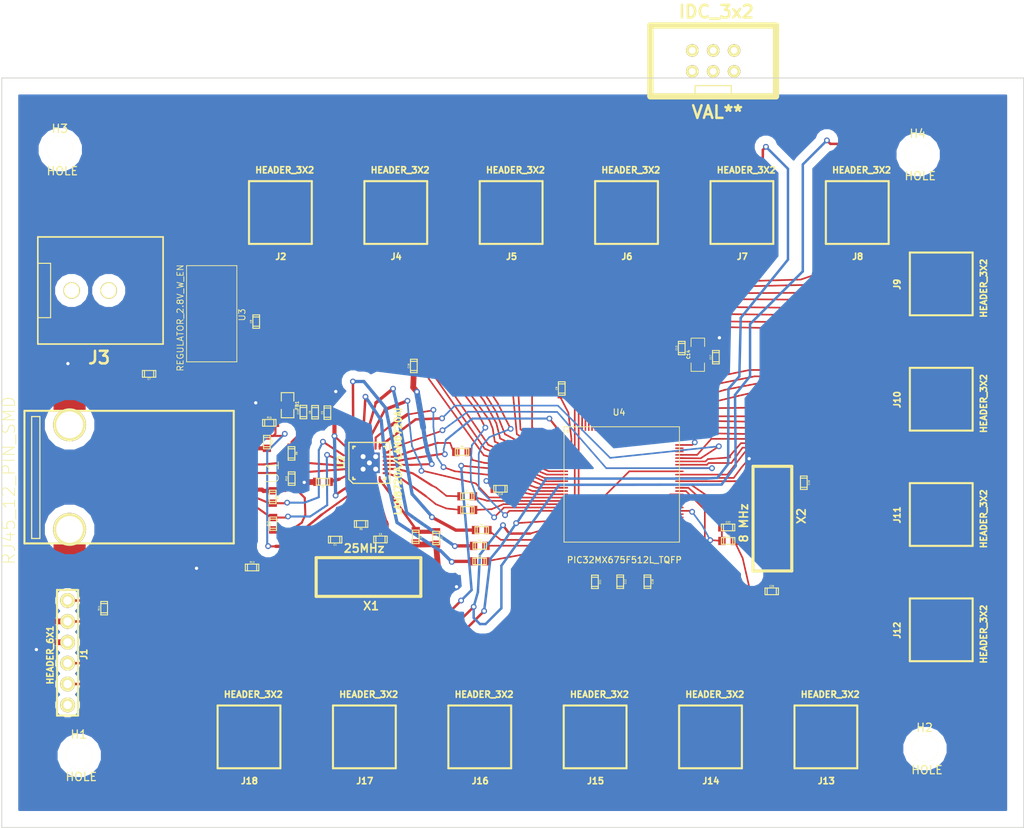
<source format=kicad_pcb>
(kicad_pcb (version 3) (host pcbnew "(2013-08-24 BZR 4298)-stable")
  (layers (15 F.Cu signal) (0 B.Cu signal) (18 B.Paste user) (19 F.Paste user) (20 B.SilkS user) (21 F.SilkS user) (22 B.Mask user) (23 F.Mask user) (28 Edge.Cuts user))
  (net 0 "")
  (net 1 +2.8v)
  (net 2 +5v)
  (net 3 AECRSDV)
  (net 4 AEMDC)
  (net 5 AEMDIO)
  (net 6 AEREFCLK)
  (net 7 AERXD0)
  (net 8 AERXD1)
  (net 9 AERXERR)
  (net 10 AETXD0)
  (net 11 AETXD1)
  (net 12 AETXEN)
  (net 13 AVDD)
  (net 14 GND)
  (net 15 GreenLED)
  (net 16 ICSPCLK_RB1)
  (net 17 ICSPDAT_RB0)
  (net 18 N-000001)
  (net 19 N-0000010)
  (net 20 N-00000114)
  (net 21 N-0000017)
  (net 22 N-0000018)
  (net 23 N-0000019)
  (net 24 N-000002)
  (net 25 N-0000023)
  (net 26 N-000003)
  (net 27 N-0000035)
  (net 28 N-000004)
  (net 29 N-0000048)
  (net 30 N-000005)
  (net 31 N-000006)
  (net 32 N-0000061)
  (net 33 RA1)
  (net 34 RA14)
  (net 35 RA2)
  (net 36 RA3)
  (net 37 RA4)
  (net 38 RA5)
  (net 39 RA6)
  (net 40 RA7)
  (net 41 RB10)
  (net 42 RB11)
  (net 43 RB12)
  (net 44 RB13)
  (net 45 RB14)
  (net 46 RB15)
  (net 47 RB2)
  (net 48 RB3)
  (net 49 RB4)
  (net 50 RB5)
  (net 51 RB6)
  (net 52 RB7)
  (net 53 RB8)
  (net 54 RB9)
  (net 55 RC1)
  (net 56 RC2)
  (net 57 RC3)
  (net 58 RC4)
  (net 59 RD0)
  (net 60 RD1)
  (net 61 RD10)
  (net 62 RD12)
  (net 63 RD13)
  (net 64 RD2)
  (net 65 RD3)
  (net 66 RD4)
  (net 67 RD5)
  (net 68 RD6)
  (net 69 RD7)
  (net 70 RD9)
  (net 71 RE0)
  (net 72 RE1)
  (net 73 RE2)
  (net 74 RE3)
  (net 75 RE4)
  (net 76 RE5)
  (net 77 RE6)
  (net 78 RE7)
  (net 79 RF0)
  (net 80 RF1)
  (net 81 RF12)
  (net 82 RF13)
  (net 83 RF3)
  (net 84 RF4)
  (net 85 RF5)
  (net 86 RG0)
  (net 87 RG1)
  (net 88 RG12)
  (net 89 RG13)
  (net 90 RG14)
  (net 91 RG2)
  (net 92 RG3)
  (net 93 RG6)
  (net 94 RG7)
  (net 95 RXN)
  (net 96 RXP)
  (net 97 TXN)
  (net 98 TXP)
  (net 99 YellowLED)
  (net 100 nRST)
  (net 101 ~MCLR~)
  (module TED_TQFP100 (layer F.Cu) (at 98.225 109.35)
    (fp_text reference U4 (at -0.32004 -8.75792) (layer F.SilkS) (effects (font (size 0.762 0.762) (thickness 0.127))))
    (fp_text value PIC32MX675F512L_TQFP (at 0.32512 9.1694) (layer F.SilkS) (effects (font (size 0.762 0.762) (thickness 0.127))))
    (pad 100 smd rect (at -4.8006 -7.00532 180) (size 0.18034 1.00076) (layers F.Cu F.Paste F.Mask) (net 75 RE4))
    (pad 99 smd rect (at -4.40182 -7.00532 180) (size 0.18034 1.00076) (layers F.Cu F.Paste F.Mask) (net 74 RE3))
    (pad 97 smd rect (at -3.60172 -7.00532 180) (size 0.18034 1.00076) (layers F.Cu F.Paste F.Mask) (net 89 RG13))
    (pad 98 smd rect (at -4.0005 -7.00532 180) (size 0.18034 1.00076) (layers F.Cu F.Paste F.Mask) (net 73 RE2))
    (pad 94 smd rect (at -2.4003 -7.00532 180) (size 0.18034 1.00076) (layers F.Cu F.Paste F.Mask) (net 72 RE1))
    (pad 93 smd rect (at -2.00152 -7.00532 180) (size 0.18034 1.00076) (layers F.Cu F.Paste F.Mask) (net 71 RE0))
    (pad 95 smd rect (at -2.80162 -7.00532 180) (size 0.18034 1.00076) (layers F.Cu F.Paste F.Mask) (net 90 RG14))
    (pad 96 smd rect (at -3.2004 -7.00532 180) (size 0.18034 1.00076) (layers F.Cu F.Paste F.Mask) (net 88 RG12))
    (pad 88 smd rect (at 0 -7.00532 180) (size 0.18034 1.00076) (layers F.Cu F.Paste F.Mask) (net 80 RF1))
    (pad 87 smd rect (at 0.39878 -7.00532 180) (size 0.18034 1.00076) (layers F.Cu F.Paste F.Mask) (net 79 RF0))
    (pad 90 smd rect (at -0.8001 -7.00532 180) (size 0.18034 1.00076) (layers F.Cu F.Paste F.Mask) (net 86 RG0))
    (pad 89 smd rect (at -0.40132 -7.00532 180) (size 0.18034 1.00076) (layers F.Cu F.Paste F.Mask) (net 87 RG1))
    (pad 91 smd rect (at -1.20142 -7.00532 180) (size 0.18034 1.00076) (layers F.Cu F.Paste F.Mask) (net 39 RA6))
    (pad 92 smd rect (at -1.6002 -7.00532 180) (size 0.18034 1.00076) (layers F.Cu F.Paste F.Mask) (net 40 RA7))
    (pad 85 smd rect (at 1.19888 -7.00532 180) (size 0.18034 1.00076) (layers F.Cu F.Paste F.Mask) (net 29 N-0000048))
    (pad 86 smd rect (at 0.8001 -7.00532 180) (size 0.18034 1.00076) (layers F.Cu F.Paste F.Mask) (net 1 +2.8v))
    (pad 76 smd rect (at 4.79806 -7.00532 180) (size 0.18034 1.00076) (layers F.Cu F.Paste F.Mask) (net 60 RD1))
    (pad 80 smd rect (at 3.19786 -7.00532 180) (size 0.18034 1.00076) (layers F.Cu F.Paste F.Mask) (net 63 RD13))
    (pad 79 smd rect (at 3.59918 -7.00532 180) (size 0.18034 1.00076) (layers F.Cu F.Paste F.Mask) (net 62 RD12))
    (pad 77 smd rect (at 4.39928 -7.00532 180) (size 0.18034 1.00076) (layers F.Cu F.Paste F.Mask) (net 64 RD2))
    (pad 78 smd rect (at 3.99796 -7.00532 180) (size 0.18034 1.00076) (layers F.Cu F.Paste F.Mask) (net 65 RD3))
    (pad 82 smd rect (at 2.39776 -7.00532 180) (size 0.18034 1.00076) (layers F.Cu F.Paste F.Mask) (net 67 RD5))
    (pad 81 smd rect (at 2.79908 -7.00532 180) (size 0.18034 1.00076) (layers F.Cu F.Paste F.Mask) (net 66 RD4))
    (pad 83 smd rect (at 1.99898 -7.00532 180) (size 0.18034 1.00076) (layers F.Cu F.Paste F.Mask) (net 68 RD6))
    (pad 84 smd rect (at 1.59766 -7.00532 180) (size 0.18034 1.00076) (layers F.Cu F.Paste F.Mask) (net 69 RD7))
    (pad 75 smd rect (at 7.00024 -4.79298 90) (size 0.18034 1.00076) (layers F.Cu F.Paste F.Mask) (net 14 GND))
    (pad 74 smd rect (at 7.00024 -4.3942 90) (size 0.18034 1.00076) (layers F.Cu F.Paste F.Mask))
    (pad 72 smd rect (at 7.00024 -3.5941 90) (size 0.18034 1.00076) (layers F.Cu F.Paste F.Mask) (net 59 RD0))
    (pad 73 smd rect (at 7.00024 -3.99542 90) (size 0.18034 1.00076) (layers F.Cu F.Paste F.Mask))
    (pad 69 smd rect (at 7.00024 -2.39522 90) (size 0.18034 1.00076) (layers F.Cu F.Paste F.Mask) (net 70 RD9))
    (pad 68 smd rect (at 7.00024 -1.9939 90) (size 0.18034 1.00076) (layers F.Cu F.Paste F.Mask) (net 5 AEMDIO))
    (pad 70 smd rect (at 7.00024 -2.794 90) (size 0.18034 1.00076) (layers F.Cu F.Paste F.Mask) (net 61 RD10))
    (pad 71 smd rect (at 7.00024 -3.19532 90) (size 0.18034 1.00076) (layers F.Cu F.Paste F.Mask) (net 4 AEMDC))
    (pad 63 smd rect (at 7.00024 0.00508 90) (size 0.18034 1.00076) (layers F.Cu F.Paste F.Mask) (net 20 N-00000114))
    (pad 62 smd rect (at 7.00024 0.4064 90) (size 0.18034 1.00076) (layers F.Cu F.Paste F.Mask) (net 1 +2.8v))
    (pad 65 smd rect (at 7.00024 -0.79502 90) (size 0.18034 1.00076) (layers F.Cu F.Paste F.Mask) (net 14 GND))
    (pad 64 smd rect (at 7.00024 -0.3937 90) (size 0.18034 1.00076) (layers F.Cu F.Paste F.Mask) (net 32 N-0000061))
    (pad 66 smd rect (at 7.00024 -1.1938 90) (size 0.18034 1.00076) (layers F.Cu F.Paste F.Mask) (net 34 RA14))
    (pad 67 smd rect (at 7.00024 -1.59512 90) (size 0.18034 1.00076) (layers F.Cu F.Paste F.Mask) (net 12 AETXEN))
    (pad 60 smd rect (at 7.00024 1.2065 90) (size 0.18034 1.00076) (layers F.Cu F.Paste F.Mask) (net 37 RA4))
    (pad 61 smd rect (at 7.00024 0.80518 90) (size 0.18034 1.00076) (layers F.Cu F.Paste F.Mask) (net 38 RA5))
    (pad 51 smd rect (at 7.00024 4.80568 90) (size 0.18034 1.00076) (layers F.Cu F.Paste F.Mask) (net 83 RF3))
    (pad 55 smd rect (at 7.00024 3.20548 90) (size 0.18034 1.00076) (layers F.Cu F.Paste F.Mask) (net 1 +2.8v))
    (pad 54 smd rect (at 7.00024 3.6068 90) (size 0.18034 1.00076) (layers F.Cu F.Paste F.Mask))
    (pad 52 smd rect (at 7.00024 4.4069 90) (size 0.18034 1.00076) (layers F.Cu F.Paste F.Mask))
    (pad 53 smd rect (at 7.00024 4.00558 90) (size 0.18034 1.00076) (layers F.Cu F.Paste F.Mask))
    (pad 57 smd rect (at 7.00024 2.40538 90) (size 0.18034 1.00076) (layers F.Cu F.Paste F.Mask) (net 91 RG2))
    (pad 56 smd rect (at 7.00024 2.8067 90) (size 0.18034 1.00076) (layers F.Cu F.Paste F.Mask) (net 92 RG3))
    (pad 58 smd rect (at 7.00024 2.0066 90) (size 0.18034 1.00076) (layers F.Cu F.Paste F.Mask) (net 35 RA2))
    (pad 59 smd rect (at 7.00024 1.60528 90) (size 0.18034 1.00076) (layers F.Cu F.Paste F.Mask) (net 36 RA3))
    (pad 42 smd rect (at 1.60274 7.00532 180) (size 0.18034 1.00076) (layers F.Cu F.Paste F.Mask) (net 44 RB13))
    (pad 43 smd rect (at 2.00406 7.00532 180) (size 0.18034 1.00076) (layers F.Cu F.Paste F.Mask) (net 45 RB14))
    (pad 45 smd rect (at 2.80416 7.00532 180) (size 0.18034 1.00076) (layers F.Cu F.Paste F.Mask) (net 14 GND))
    (pad 44 smd rect (at 2.40284 7.00532 180) (size 0.18034 1.00076) (layers F.Cu F.Paste F.Mask) (net 46 RB15))
    (pad 48 smd rect (at 4.00304 7.00532 180) (size 0.18034 1.00076) (layers F.Cu F.Paste F.Mask) (net 11 AETXD1))
    (pad 49 smd rect (at 4.40436 7.00532 180) (size 0.18034 1.00076) (layers F.Cu F.Paste F.Mask) (net 84 RF4))
    (pad 47 smd rect (at 3.60426 7.00532 180) (size 0.18034 1.00076) (layers F.Cu F.Paste F.Mask) (net 10 AETXD0))
    (pad 46 smd rect (at 3.20294 7.00532 180) (size 0.18034 1.00076) (layers F.Cu F.Paste F.Mask) (net 1 +2.8v))
    (pad 50 smd rect (at 4.80314 7.00532 180) (size 0.18034 1.00076) (layers F.Cu F.Paste F.Mask) (net 85 RF5))
    (pad 17 smd rect (at -7.01548 1.6002 90) (size 0.18034 1.00076) (layers F.Cu F.Paste F.Mask) (net 100 nRST))
    (pad 18 smd rect (at -7.01548 2.00152 90) (size 0.18034 1.00076) (layers F.Cu F.Paste F.Mask) (net 7 AERXD0))
    (pad 20 smd rect (at -7.01548 2.80162 90) (size 0.18034 1.00076) (layers F.Cu F.Paste F.Mask) (net 50 RB5))
    (pad 19 smd rect (at -7.01548 2.4003 90) (size 0.18034 1.00076) (layers F.Cu F.Paste F.Mask) (net 8 AERXD1))
    (pad 23 smd rect (at -7.01548 4.0005 90) (size 0.18034 1.00076) (layers F.Cu F.Paste F.Mask) (net 47 RB2))
    (pad 24 smd rect (at -7.01548 4.40182 90) (size 0.18034 1.00076) (layers F.Cu F.Paste F.Mask) (net 16 ICSPCLK_RB1))
    (pad 22 smd rect (at -7.01548 3.60172 90) (size 0.18034 1.00076) (layers F.Cu F.Paste F.Mask) (net 48 RB3))
    (pad 21 smd rect (at -7.01548 3.2004 90) (size 0.18034 1.00076) (layers F.Cu F.Paste F.Mask) (net 49 RB4))
    (pad 25 smd rect (at -7.01548 4.8006 90) (size 0.18034 1.00076) (layers F.Cu F.Paste F.Mask) (net 17 ICSPDAT_RB0))
    (pad 15 smd rect (at -7.01548 0.8001 90) (size 0.18034 1.00076) (layers F.Cu F.Paste F.Mask) (net 14 GND))
    (pad 16 smd rect (at -7.01548 1.20142 90) (size 0.18034 1.00076) (layers F.Cu F.Paste F.Mask) (net 1 +2.8v))
    (pad 9 smd rect (at -7.01548 -1.6002 90) (size 0.18034 1.00076) (layers F.Cu F.Paste F.Mask) (net 58 RC4))
    (pad 10 smd rect (at -7.01548 -1.19888 90) (size 0.18034 1.00076) (layers F.Cu F.Paste F.Mask) (net 93 RG6))
    (pad 12 smd rect (at -7.01548 -0.39878 90) (size 0.18034 1.00076) (layers F.Cu F.Paste F.Mask) (net 3 AECRSDV))
    (pad 11 smd rect (at -7.01548 -0.8001 90) (size 0.18034 1.00076) (layers F.Cu F.Paste F.Mask) (net 94 RG7))
    (pad 14 smd rect (at -7.01548 0.40132 90) (size 0.18034 1.00076) (layers F.Cu F.Paste F.Mask) (net 6 AEREFCLK))
    (pad 13 smd rect (at -7.01548 0 90) (size 0.18034 1.00076) (layers F.Cu F.Paste F.Mask) (net 101 ~MCLR~))
    (pad 5 smd rect (at -7.01548 -3.2004 90) (size 0.18034 1.00076) (layers F.Cu F.Paste F.Mask) (net 78 RE7))
    (pad 6 smd rect (at -7.01548 -2.79908 90) (size 0.18034 1.00076) (layers F.Cu F.Paste F.Mask) (net 55 RC1))
    (pad 8 smd rect (at -7.01548 -1.99898 90) (size 0.18034 1.00076) (layers F.Cu F.Paste F.Mask) (net 57 RC3))
    (pad 7 smd rect (at -7.01548 -2.4003 90) (size 0.18034 1.00076) (layers F.Cu F.Paste F.Mask) (net 56 RC2))
    (pad 3 smd rect (at -7.01548 -4.0005 90) (size 0.18034 1.00076) (layers F.Cu F.Paste F.Mask) (net 76 RE5))
    (pad 4 smd rect (at -7.01548 -3.59918 90) (size 0.18034 1.00076) (layers F.Cu F.Paste F.Mask) (net 77 RE6))
    (pad 2 smd rect (at -7.01548 -4.39928 90) (size 0.18034 1.00076) (layers F.Cu F.Paste F.Mask) (net 1 +2.8v))
    (pad 1 smd rect (at -7.01548 -4.79806 90) (size 0.18034 1.00076) (layers F.Cu F.Paste F.Mask) (net 9 AERXERR))
    (pad 40 smd rect (at 0.80518 7.00532 180) (size 0.18034 1.00076) (layers F.Cu F.Paste F.Mask) (net 81 RF12))
    (pad 41 smd rect (at 1.20396 7.00532 180) (size 0.18034 1.00076) (layers F.Cu F.Paste F.Mask) (net 43 RB12))
    (pad 34 smd rect (at -1.59512 7.00532 180) (size 0.18034 1.00076) (layers F.Cu F.Paste F.Mask) (net 41 RB10))
    (pad 35 smd rect (at -1.19634 7.00532 180) (size 0.18034 1.00076) (layers F.Cu F.Paste F.Mask) (net 42 RB11))
    (pad 37 smd rect (at -0.39624 7.00532 180) (size 0.18034 1.00076) (layers F.Cu F.Paste F.Mask) (net 1 +2.8v))
    (pad 36 smd rect (at -0.79502 7.00532 180) (size 0.18034 1.00076) (layers F.Cu F.Paste F.Mask) (net 14 GND))
    (pad 39 smd rect (at 0.40386 7.00532 180) (size 0.18034 1.00076) (layers F.Cu F.Paste F.Mask) (net 82 RF13))
    (pad 38 smd rect (at 0.00508 7.00532 180) (size 0.18034 1.00076) (layers F.Cu F.Paste F.Mask) (net 33 RA1))
    (pad 30 smd rect (at -3.19532 7.00532 180) (size 0.18034 1.00076) (layers F.Cu F.Paste F.Mask) (net 1 +2.8v))
    (pad 31 smd rect (at -2.79654 7.00532 180) (size 0.18034 1.00076) (layers F.Cu F.Paste F.Mask) (net 14 GND))
    (pad 33 smd rect (at -1.99644 7.00532 180) (size 0.18034 1.00076) (layers F.Cu F.Paste F.Mask) (net 54 RB9))
    (pad 32 smd rect (at -2.39522 7.00532 180) (size 0.18034 1.00076) (layers F.Cu F.Paste F.Mask) (net 53 RB8))
    (pad 28 smd rect (at -3.99542 7.00532 180) (size 0.18034 1.00076) (layers F.Cu F.Paste F.Mask))
    (pad 29 smd rect (at -3.59664 7.00532 180) (size 0.18034 1.00076) (layers F.Cu F.Paste F.Mask))
    (pad 27 smd rect (at -4.39674 7.00532 180) (size 0.18034 1.00076) (layers F.Cu F.Paste F.Mask) (net 52 RB7))
    (pad 26 smd rect (at -4.79552 7.00532 180) (size 0.18034 1.00076) (layers F.Cu F.Paste F.Mask) (net 51 RB6))
  )
  (module TED_HEADER_3x2_SMT (layer F.Cu) (at 53 140)
    (fp_text reference J18 (at 0.05 5.35) (layer F.SilkS) (effects (font (size 0.762 0.762) (thickness 0.1905))))
    (fp_text value HEADER_3X2 (at 0.525 -5.15) (layer F.SilkS) (effects (font (size 0.762 0.762) (thickness 0.1905))))
    (pad 1 smd rect (at -2.54 2.54) (size 0.9906 2.54) (layers F.Cu F.Paste F.Mask) (net 43 RB12) (clearance 0.508))
    (pad 2 smd rect (at 0 2.54) (size 0.9906 2.54) (layers F.Cu F.Paste F.Mask) (net 82 RF13) (clearance 0.508))
    (pad 3 smd rect (at 2.54 2.54) (size 0.9906 2.54) (layers F.Cu F.Paste F.Mask) (net 14 GND) (clearance 0.508))
    (pad 4 smd rect (at 2.54 -2.54) (size 0.9906 2.54) (layers F.Cu F.Paste F.Mask) (net 1 +2.8v) (clearance 0.508))
    (pad 5 smd rect (at 0 -2.54) (size 0.9906 2.54) (layers F.Cu F.Paste F.Mask) (net 33 RA1) (clearance 0.508))
    (pad 6 smd rect (at -2.54 -2.54) (size 0.9906 2.54) (layers F.Cu F.Paste F.Mask) (net 81 RF12) (clearance 0.508))
  )
  (module TED_HEADER_3x2_SMT (layer F.Cu) (at 67 140)
    (fp_text reference J17 (at 0.05 5.35) (layer F.SilkS) (effects (font (size 0.762 0.762) (thickness 0.1905))))
    (fp_text value HEADER_3X2 (at 0.525 -5.15) (layer F.SilkS) (effects (font (size 0.762 0.762) (thickness 0.1905))))
    (pad 1 smd rect (at -2.54 2.54) (size 0.9906 2.54) (layers F.Cu F.Paste F.Mask) (net 46 RB15) (clearance 0.508))
    (pad 2 smd rect (at 0 2.54) (size 0.9906 2.54) (layers F.Cu F.Paste F.Mask) (net 83 RF3) (clearance 0.508))
    (pad 3 smd rect (at 2.54 2.54) (size 0.9906 2.54) (layers F.Cu F.Paste F.Mask) (net 14 GND) (clearance 0.508))
    (pad 4 smd rect (at 2.54 -2.54) (size 0.9906 2.54) (layers F.Cu F.Paste F.Mask) (net 1 +2.8v) (clearance 0.508))
    (pad 5 smd rect (at 0 -2.54) (size 0.9906 2.54) (layers F.Cu F.Paste F.Mask) (net 84 RF4) (clearance 0.508))
    (pad 6 smd rect (at -2.54 -2.54) (size 0.9906 2.54) (layers F.Cu F.Paste F.Mask) (net 85 RF5) (clearance 0.508))
  )
  (module TED_HEADER_3x2_SMT (layer F.Cu) (at 81 140)
    (fp_text reference J16 (at 0.05 5.35) (layer F.SilkS) (effects (font (size 0.762 0.762) (thickness 0.1905))))
    (fp_text value HEADER_3X2 (at 0.525 -5.15) (layer F.SilkS) (effects (font (size 0.762 0.762) (thickness 0.1905))))
    (pad 1 smd rect (at -2.54 2.54) (size 0.9906 2.54) (layers F.Cu F.Paste F.Mask) (net 92 RG3) (clearance 0.508))
    (pad 2 smd rect (at 0 2.54) (size 0.9906 2.54) (layers F.Cu F.Paste F.Mask) (net 91 RG2) (clearance 0.508))
    (pad 3 smd rect (at 2.54 2.54) (size 0.9906 2.54) (layers F.Cu F.Paste F.Mask) (net 14 GND) (clearance 0.508))
    (pad 4 smd rect (at 2.54 -2.54) (size 0.9906 2.54) (layers F.Cu F.Paste F.Mask) (net 1 +2.8v) (clearance 0.508))
    (pad 5 smd rect (at 0 -2.54) (size 0.9906 2.54) (layers F.Cu F.Paste F.Mask) (net 35 RA2) (clearance 0.508))
    (pad 6 smd rect (at -2.54 -2.54) (size 0.9906 2.54) (layers F.Cu F.Paste F.Mask) (net 45 RB14) (clearance 0.508))
  )
  (module TED_HEADER_3x2_SMT (layer F.Cu) (at 95 140)
    (fp_text reference J15 (at 0.05 5.35) (layer F.SilkS) (effects (font (size 0.762 0.762) (thickness 0.1905))))
    (fp_text value HEADER_3X2 (at 0.525 -5.15) (layer F.SilkS) (effects (font (size 0.762 0.762) (thickness 0.1905))))
    (pad 1 smd rect (at -2.54 2.54) (size 0.9906 2.54) (layers F.Cu F.Paste F.Mask) (net 36 RA3) (clearance 0.508))
    (pad 2 smd rect (at 0 2.54) (size 0.9906 2.54) (layers F.Cu F.Paste F.Mask) (net 37 RA4) (clearance 0.508))
    (pad 3 smd rect (at 2.54 2.54) (size 0.9906 2.54) (layers F.Cu F.Paste F.Mask) (net 14 GND) (clearance 0.508))
    (pad 4 smd rect (at 2.54 -2.54) (size 0.9906 2.54) (layers F.Cu F.Paste F.Mask) (net 1 +2.8v) (clearance 0.508))
    (pad 5 smd rect (at 0 -2.54) (size 0.9906 2.54) (layers F.Cu F.Paste F.Mask) (net 38 RA5) (clearance 0.508))
    (pad 6 smd rect (at -2.54 -2.54) (size 0.9906 2.54) (layers F.Cu F.Paste F.Mask) (net 44 RB13) (clearance 0.508))
  )
  (module TED_HEADER_3x2_SMT (layer F.Cu) (at 109 140)
    (fp_text reference J14 (at 0.05 5.35) (layer F.SilkS) (effects (font (size 0.762 0.762) (thickness 0.1905))))
    (fp_text value HEADER_3X2 (at 0.525 -5.15) (layer F.SilkS) (effects (font (size 0.762 0.762) (thickness 0.1905))))
    (pad 1 smd rect (at -2.54 2.54) (size 0.9906 2.54) (layers F.Cu F.Paste F.Mask) (net 34 RA14) (clearance 0.508))
    (pad 2 smd rect (at 0 2.54) (size 0.9906 2.54) (layers F.Cu F.Paste F.Mask) (net 70 RD9) (clearance 0.508))
    (pad 3 smd rect (at 2.54 2.54) (size 0.9906 2.54) (layers F.Cu F.Paste F.Mask) (net 14 GND) (clearance 0.508))
    (pad 4 smd rect (at 2.54 -2.54) (size 0.9906 2.54) (layers F.Cu F.Paste F.Mask) (net 1 +2.8v) (clearance 0.508))
    (pad 5 smd rect (at 0 -2.54) (size 0.9906 2.54) (layers F.Cu F.Paste F.Mask) (net 61 RD10) (clearance 0.508))
    (pad 6 smd rect (at -2.54 -2.54) (size 0.9906 2.54) (layers F.Cu F.Paste F.Mask) (net 42 RB11) (clearance 0.508))
  )
  (module TED_HEADER_3x2_SMT (layer F.Cu) (at 123 140)
    (fp_text reference J13 (at 0.05 5.35) (layer F.SilkS) (effects (font (size 0.762 0.762) (thickness 0.1905))))
    (fp_text value HEADER_3X2 (at 0.525 -5.15) (layer F.SilkS) (effects (font (size 0.762 0.762) (thickness 0.1905))))
    (pad 1 smd rect (at -2.54 2.54) (size 0.9906 2.54) (layers F.Cu F.Paste F.Mask) (net 59 RD0) (clearance 0.508))
    (pad 2 smd rect (at 0 2.54) (size 0.9906 2.54) (layers F.Cu F.Paste F.Mask) (net 64 RD2) (clearance 0.508))
    (pad 3 smd rect (at 2.54 2.54) (size 0.9906 2.54) (layers F.Cu F.Paste F.Mask) (net 14 GND) (clearance 0.508))
    (pad 4 smd rect (at 2.54 -2.54) (size 0.9906 2.54) (layers F.Cu F.Paste F.Mask) (net 1 +2.8v) (clearance 0.508))
    (pad 5 smd rect (at 0 -2.54) (size 0.9906 2.54) (layers F.Cu F.Paste F.Mask) (net 60 RD1) (clearance 0.508))
    (pad 6 smd rect (at -2.54 -2.54) (size 0.9906 2.54) (layers F.Cu F.Paste F.Mask) (net 41 RB10) (clearance 0.508))
  )
  (module TED_HEADER_3x2_SMT (layer F.Cu) (at 137 127 270)
    (fp_text reference J12 (at 0.05 5.35 270) (layer F.SilkS) (effects (font (size 0.762 0.762) (thickness 0.1905))))
    (fp_text value HEADER_3X2 (at 0.525 -5.15 270) (layer F.SilkS) (effects (font (size 0.762 0.762) (thickness 0.1905))))
    (pad 1 smd rect (at -2.54 2.54 270) (size 0.9906 2.54) (layers F.Cu F.Paste F.Mask) (net 1 +2.8v) (clearance 0.508))
    (pad 2 smd rect (at 0 2.54 270) (size 0.9906 2.54) (layers F.Cu F.Paste F.Mask) (net 62 RD12) (clearance 0.508))
    (pad 3 smd rect (at 2.54 2.54 270) (size 0.9906 2.54) (layers F.Cu F.Paste F.Mask) (net 65 RD3) (clearance 0.508))
    (pad 4 smd rect (at 2.54 -2.54 270) (size 0.9906 2.54) (layers F.Cu F.Paste F.Mask) (net 54 RB9) (clearance 0.508))
    (pad 5 smd rect (at 0 -2.54 270) (size 0.9906 2.54) (layers F.Cu F.Paste F.Mask) (net 63 RD13) (clearance 0.508))
    (pad 6 smd rect (at -2.54 -2.54 270) (size 0.9906 2.54) (layers F.Cu F.Paste F.Mask) (net 14 GND) (clearance 0.508))
  )
  (module TED_HEADER_3x2_SMT (layer F.Cu) (at 137 113 270)
    (fp_text reference J11 (at 0.05 5.35 270) (layer F.SilkS) (effects (font (size 0.762 0.762) (thickness 0.1905))))
    (fp_text value HEADER_3X2 (at 0.525 -5.15 270) (layer F.SilkS) (effects (font (size 0.762 0.762) (thickness 0.1905))))
    (pad 1 smd rect (at -2.54 2.54 270) (size 0.9906 2.54) (layers F.Cu F.Paste F.Mask) (net 1 +2.8v) (clearance 0.508))
    (pad 2 smd rect (at 0 2.54 270) (size 0.9906 2.54) (layers F.Cu F.Paste F.Mask) (net 67 RD5) (clearance 0.508))
    (pad 3 smd rect (at 2.54 2.54 270) (size 0.9906 2.54) (layers F.Cu F.Paste F.Mask) (net 66 RD4) (clearance 0.508))
    (pad 4 smd rect (at 2.54 -2.54 270) (size 0.9906 2.54) (layers F.Cu F.Paste F.Mask) (net 53 RB8) (clearance 0.508))
    (pad 5 smd rect (at 0 -2.54 270) (size 0.9906 2.54) (layers F.Cu F.Paste F.Mask) (net 68 RD6) (clearance 0.508))
    (pad 6 smd rect (at -2.54 -2.54 270) (size 0.9906 2.54) (layers F.Cu F.Paste F.Mask) (net 14 GND) (clearance 0.508))
  )
  (module TED_HEADER_3x2_SMT (layer F.Cu) (at 137 99 270)
    (fp_text reference J10 (at 0.05 5.35 270) (layer F.SilkS) (effects (font (size 0.762 0.762) (thickness 0.1905))))
    (fp_text value HEADER_3X2 (at 0.525 -5.15 270) (layer F.SilkS) (effects (font (size 0.762 0.762) (thickness 0.1905))))
    (pad 1 smd rect (at -2.54 2.54 270) (size 0.9906 2.54) (layers F.Cu F.Paste F.Mask) (net 1 +2.8v) (clearance 0.508))
    (pad 2 smd rect (at 0 2.54 270) (size 0.9906 2.54) (layers F.Cu F.Paste F.Mask) (net 79 RF0) (clearance 0.508))
    (pad 3 smd rect (at 2.54 2.54 270) (size 0.9906 2.54) (layers F.Cu F.Paste F.Mask) (net 69 RD7) (clearance 0.508))
    (pad 4 smd rect (at 2.54 -2.54 270) (size 0.9906 2.54) (layers F.Cu F.Paste F.Mask) (net 52 RB7) (clearance 0.508))
    (pad 5 smd rect (at 0 -2.54 270) (size 0.9906 2.54) (layers F.Cu F.Paste F.Mask) (net 80 RF1) (clearance 0.508))
    (pad 6 smd rect (at -2.54 -2.54 270) (size 0.9906 2.54) (layers F.Cu F.Paste F.Mask) (net 14 GND) (clearance 0.508))
  )
  (module TED_HEADER_3x2_SMT (layer F.Cu) (at 137 85 270)
    (fp_text reference J9 (at 0.05 5.35 270) (layer F.SilkS) (effects (font (size 0.762 0.762) (thickness 0.1905))))
    (fp_text value HEADER_3X2 (at 0.525 -5.15 270) (layer F.SilkS) (effects (font (size 0.762 0.762) (thickness 0.1905))))
    (pad 1 smd rect (at -2.54 2.54 270) (size 0.9906 2.54) (layers F.Cu F.Paste F.Mask) (net 1 +2.8v) (clearance 0.508))
    (pad 2 smd rect (at 0 2.54 270) (size 0.9906 2.54) (layers F.Cu F.Paste F.Mask) (net 86 RG0) (clearance 0.508))
    (pad 3 smd rect (at 2.54 2.54 270) (size 0.9906 2.54) (layers F.Cu F.Paste F.Mask) (net 87 RG1) (clearance 0.508))
    (pad 4 smd rect (at 2.54 -2.54 270) (size 0.9906 2.54) (layers F.Cu F.Paste F.Mask) (net 51 RB6) (clearance 0.508))
    (pad 5 smd rect (at 0 -2.54 270) (size 0.9906 2.54) (layers F.Cu F.Paste F.Mask) (net 39 RA6) (clearance 0.508))
    (pad 6 smd rect (at -2.54 -2.54 270) (size 0.9906 2.54) (layers F.Cu F.Paste F.Mask) (net 14 GND) (clearance 0.508))
  )
  (module TED_HEADER_3x2_SMT (layer F.Cu) (at 126.81 76.334)
    (fp_text reference J8 (at 0.05 5.35) (layer F.SilkS) (effects (font (size 0.762 0.762) (thickness 0.1905))))
    (fp_text value HEADER_3X2 (at 0.525 -5.15) (layer F.SilkS) (effects (font (size 0.762 0.762) (thickness 0.1905))))
    (pad 1 smd rect (at -2.54 2.54) (size 0.9906 2.54) (layers F.Cu F.Paste F.Mask) (net 1 +2.8v) (clearance 0.508))
    (pad 2 smd rect (at 0 2.54) (size 0.9906 2.54) (layers F.Cu F.Paste F.Mask) (net 71 RE0) (clearance 0.508))
    (pad 3 smd rect (at 2.54 2.54) (size 0.9906 2.54) (layers F.Cu F.Paste F.Mask) (net 40 RA7) (clearance 0.508))
    (pad 4 smd rect (at 2.54 -2.54) (size 0.9906 2.54) (layers F.Cu F.Paste F.Mask) (net 17 ICSPDAT_RB0) (clearance 0.508))
    (pad 5 smd rect (at 0 -2.54) (size 0.9906 2.54) (layers F.Cu F.Paste F.Mask) (net 72 RE1) (clearance 0.508))
    (pad 6 smd rect (at -2.54 -2.54) (size 0.9906 2.54) (layers F.Cu F.Paste F.Mask) (net 14 GND) (clearance 0.508))
  )
  (module TED_HEADER_3x2_SMT (layer F.Cu) (at 112.81 76.334)
    (fp_text reference J7 (at 0.05 5.35) (layer F.SilkS) (effects (font (size 0.762 0.762) (thickness 0.1905))))
    (fp_text value HEADER_3X2 (at 0.525 -5.15) (layer F.SilkS) (effects (font (size 0.762 0.762) (thickness 0.1905))))
    (pad 1 smd rect (at -2.54 2.54) (size 0.9906 2.54) (layers F.Cu F.Paste F.Mask) (net 1 +2.8v) (clearance 0.508))
    (pad 2 smd rect (at 0 2.54) (size 0.9906 2.54) (layers F.Cu F.Paste F.Mask) (net 88 RG12) (clearance 0.508))
    (pad 3 smd rect (at 2.54 2.54) (size 0.9906 2.54) (layers F.Cu F.Paste F.Mask) (net 90 RG14) (clearance 0.508))
    (pad 4 smd rect (at 2.54 -2.54) (size 0.9906 2.54) (layers F.Cu F.Paste F.Mask) (net 16 ICSPCLK_RB1) (clearance 0.508))
    (pad 5 smd rect (at 0 -2.54) (size 0.9906 2.54) (layers F.Cu F.Paste F.Mask) (net 89 RG13) (clearance 0.508))
    (pad 6 smd rect (at -2.54 -2.54) (size 0.9906 2.54) (layers F.Cu F.Paste F.Mask) (net 14 GND) (clearance 0.508))
  )
  (module TED_HEADER_3x2_SMT (layer F.Cu) (at 98.81 76.334)
    (fp_text reference J6 (at 0.05 5.35) (layer F.SilkS) (effects (font (size 0.762 0.762) (thickness 0.1905))))
    (fp_text value HEADER_3X2 (at 0.525 -5.15) (layer F.SilkS) (effects (font (size 0.762 0.762) (thickness 0.1905))))
    (pad 1 smd rect (at -2.54 2.54) (size 0.9906 2.54) (layers F.Cu F.Paste F.Mask) (net 1 +2.8v) (clearance 0.508))
    (pad 2 smd rect (at 0 2.54) (size 0.9906 2.54) (layers F.Cu F.Paste F.Mask) (net 74 RE3) (clearance 0.508))
    (pad 3 smd rect (at 2.54 2.54) (size 0.9906 2.54) (layers F.Cu F.Paste F.Mask) (net 73 RE2) (clearance 0.508))
    (pad 4 smd rect (at 2.54 -2.54) (size 0.9906 2.54) (layers F.Cu F.Paste F.Mask) (net 47 RB2) (clearance 0.508))
    (pad 5 smd rect (at 0 -2.54) (size 0.9906 2.54) (layers F.Cu F.Paste F.Mask) (net 75 RE4) (clearance 0.508))
    (pad 6 smd rect (at -2.54 -2.54) (size 0.9906 2.54) (layers F.Cu F.Paste F.Mask) (net 14 GND) (clearance 0.508))
  )
  (module TED_HEADER_3x2_SMT (layer F.Cu) (at 84.81 76.334)
    (fp_text reference J5 (at 0.05 5.35) (layer F.SilkS) (effects (font (size 0.762 0.762) (thickness 0.1905))))
    (fp_text value HEADER_3X2 (at 0.525 -5.15) (layer F.SilkS) (effects (font (size 0.762 0.762) (thickness 0.1905))))
    (pad 1 smd rect (at -2.54 2.54) (size 0.9906 2.54) (layers F.Cu F.Paste F.Mask) (net 1 +2.8v) (clearance 0.508))
    (pad 2 smd rect (at 0 2.54) (size 0.9906 2.54) (layers F.Cu F.Paste F.Mask) (net 77 RE6) (clearance 0.508))
    (pad 3 smd rect (at 2.54 2.54) (size 0.9906 2.54) (layers F.Cu F.Paste F.Mask) (net 76 RE5) (clearance 0.508))
    (pad 4 smd rect (at 2.54 -2.54) (size 0.9906 2.54) (layers F.Cu F.Paste F.Mask) (net 48 RB3) (clearance 0.508))
    (pad 5 smd rect (at 0 -2.54) (size 0.9906 2.54) (layers F.Cu F.Paste F.Mask) (net 78 RE7) (clearance 0.508))
    (pad 6 smd rect (at -2.54 -2.54) (size 0.9906 2.54) (layers F.Cu F.Paste F.Mask) (net 14 GND) (clearance 0.508))
  )
  (module TED_HEADER_3x2_SMT (layer F.Cu) (at 70.81 76.334)
    (fp_text reference J4 (at 0.05 5.35) (layer F.SilkS) (effects (font (size 0.762 0.762) (thickness 0.1905))))
    (fp_text value HEADER_3X2 (at 0.525 -5.15) (layer F.SilkS) (effects (font (size 0.762 0.762) (thickness 0.1905))))
    (pad 1 smd rect (at -2.54 2.54) (size 0.9906 2.54) (layers F.Cu F.Paste F.Mask) (net 1 +2.8v) (clearance 0.508))
    (pad 2 smd rect (at 0 2.54) (size 0.9906 2.54) (layers F.Cu F.Paste F.Mask) (net 56 RC2) (clearance 0.508))
    (pad 3 smd rect (at 2.54 2.54) (size 0.9906 2.54) (layers F.Cu F.Paste F.Mask) (net 55 RC1) (clearance 0.508))
    (pad 4 smd rect (at 2.54 -2.54) (size 0.9906 2.54) (layers F.Cu F.Paste F.Mask) (net 49 RB4) (clearance 0.508))
    (pad 5 smd rect (at 0 -2.54) (size 0.9906 2.54) (layers F.Cu F.Paste F.Mask) (net 57 RC3) (clearance 0.508))
    (pad 6 smd rect (at -2.54 -2.54) (size 0.9906 2.54) (layers F.Cu F.Paste F.Mask) (net 14 GND) (clearance 0.508))
  )
  (module TED_SM0603 (layer F.Cu) (at 111.13 114.57)
    (fp_text reference C22 (at 0 -0.635) (layer F.SilkS) (effects (font (size 0.20066 0.20066) (thickness 0.04064))))
    (fp_text value .1uF hide)
    (pad 2 smd rect (at 0.75184 0) (size 0.89916 1.00076) (layers F.Cu F.Paste F.Mask) (net 14 GND) (clearance 0.1))
    (pad 1 smd rect (at -0.75184 0) (size 0.89916 1.00076) (layers F.Cu F.Paste F.Mask) (net 1 +2.8v) (clearance 0.1))
  )
  (module TED_SM0603 (layer F.Cu) (at 109.65 93.9 90)
    (fp_text reference C17 (at 0 -0.635 90) (layer F.SilkS) (effects (font (size 0.20066 0.20066) (thickness 0.04064))))
    (fp_text value 10uF hide)
    (pad 2 smd rect (at 0.75184 0 90) (size 0.89916 1.00076) (layers F.Cu F.Paste F.Mask) (net 14 GND) (clearance 0.1))
    (pad 1 smd rect (at -0.75184 0 90) (size 0.89916 1.00076) (layers F.Cu F.Paste F.Mask) (net 29 N-0000048) (clearance 0.1))
  )
  (module TED_Hole_3.25mm (layer F.Cu) (at 134.2 69.3)
    (fp_text reference H4 (at -0.05 -2.55) (layer F.SilkS))
    (fp_text value HOLE (at 0.25 2.6) (layer F.SilkS))
    (pad "" np_thru_hole circle (at 0 0) (size 3.25 3.25) (drill 3.25) (layers *.Cu *.Mask F.SilkS))
  )
  (module TED_Hole_3.25mm (layer F.Cu) (at 30.1 68.7)
    (fp_text reference H3 (at -0.05 -2.55) (layer F.SilkS))
    (fp_text value HOLE (at 0.25 2.6) (layer F.SilkS))
    (pad "" np_thru_hole circle (at 0 0) (size 3.25 3.25) (drill 3.25) (layers *.Cu *.Mask F.SilkS))
  )
  (module TED_Hole_3.25mm (layer F.Cu) (at 135.025 141.425)
    (fp_text reference H2 (at -0.05 -2.55) (layer F.SilkS))
    (fp_text value HOLE (at 0.25 2.6) (layer F.SilkS))
    (pad "" np_thru_hole circle (at 0 0) (size 3.25 3.25) (drill 3.25) (layers *.Cu *.Mask F.SilkS))
  )
  (module TED_Hole_3.25mm (layer F.Cu) (at 32.4 142.25)
    (fp_text reference H1 (at -0.05 -2.55) (layer F.SilkS))
    (fp_text value HOLE (at 0.25 2.6) (layer F.SilkS))
    (pad "" np_thru_hole circle (at 0 0) (size 3.25 3.25) (drill 3.25) (layers *.Cu *.Mask F.SilkS))
  )
  (module TED_HEADER_6x1_BOTTOM (layer F.Cu) (at 30.988 129.794 270)
    (fp_text reference J1 (at 0.1778 -1.98628 270) (layer F.SilkS) (effects (font (size 0.762 0.762) (thickness 0.1905))))
    (fp_text value HEADER_6X1 (at 0.26924 2.11328 270) (layer F.SilkS) (effects (font (size 0.762 0.762) (thickness 0.1905))))
    (pad 5 thru_hole circle (at 3.78968 0 270) (size 1.8 1.8) (drill 1) (layers *.Mask F.Cu F.SilkS) (net 16 ICSPCLK_RB1))
    (pad 6 thru_hole circle (at 6.32968 0 270) (size 1.8 1.8) (drill 1) (layers *.Mask F.Cu F.SilkS))
    (pad 1 thru_hole circle (at -6.35 0 270) (size 1.8 1.8) (drill 1) (layers *.Mask F.Cu F.SilkS) (net 101 ~MCLR~))
    (pad 2 thru_hole circle (at -3.81 0 270) (size 1.8 1.8) (drill 1) (layers *.Mask F.Cu F.SilkS) (net 1 +2.8v))
    (pad 4 thru_hole circle (at 1.25984 0 270) (size 1.8 1.8) (drill 1) (layers *.Mask F.Cu F.SilkS) (net 17 ICSPDAT_RB0))
    (pad 3 thru_hole circle (at -1.28016 0 270) (size 1.8 1.8) (drill 1) (layers *.Mask F.Cu F.SilkS) (net 14 GND))
  )
  (module TED_DC_2.1mm_SMT (layer F.Cu) (at 34.975 85.8 180)
    (fp_text reference J3 (at 0.15748 -8.15848 180) (layer F.SilkS) (effects (font (thickness 0.3048))))
    (fp_text value "Logic DC_2.1MM" hide)
    (pad "" np_thru_hole circle (at -1.00076 0 180) (size 1.99898 1.99898) (drill 1.69926) (layers *.Cu *.Mask F.SilkS))
    (pad 1 smd rect (at 3.50012 5.4102 180) (size 1.99898 1.99898) (layers F.Cu F.Paste F.Mask) (net 2 +5v))
    (pad 1 smd rect (at -2.60096 5.4102 180) (size 1.99898 1.99898) (layers F.Cu F.Paste F.Mask) (net 2 +5v))
    (pad 2 smd rect (at 3.50012 -5.41528 180) (size 1.99898 1.99898) (layers F.Cu F.Paste F.Mask) (net 14 GND))
    (pad 3 smd rect (at -2.60096 -5.41528 180) (size 1.99898 1.99898) (layers F.Cu F.Paste F.Mask))
    (pad "" np_thru_hole circle (at 3.50012 0 180) (size 1.99898 1.99898) (drill 1.69926) (layers *.Cu *.Mask F.SilkS))
  )
  (module TED_SM0603 (layer F.Cu) (at 73 94.96 90)
    (fp_text reference C16 (at 0 -0.635 90) (layer F.SilkS) (effects (font (size 0.20066 0.20066) (thickness 0.04064))))
    (fp_text value .1uF hide)
    (pad 2 smd rect (at 0.75184 0 90) (size 0.89916 1.00076) (layers F.Cu F.Paste F.Mask) (net 14 GND) (clearance 0.1))
    (pad 1 smd rect (at -0.75184 0 90) (size 0.89916 1.00076) (layers F.Cu F.Paste F.Mask) (net 1 +2.8v) (clearance 0.1))
  )
  (module TED_SM0603 (layer F.Cu) (at 59.6 100.56 90)
    (fp_text reference C15 (at 0 -0.635 90) (layer F.SilkS) (effects (font (size 0.20066 0.20066) (thickness 0.04064))))
    (fp_text value 1uF hide)
    (pad 2 smd rect (at 0.75184 0 90) (size 0.89916 1.00076) (layers F.Cu F.Paste F.Mask) (net 14 GND) (clearance 0.1))
    (pad 1 smd rect (at -0.75184 0 90) (size 0.89916 1.00076) (layers F.Cu F.Paste F.Mask) (net 13 AVDD) (clearance 0.1))
  )
  (module TED_SM0603 (layer F.Cu) (at 73.23 115.71 270)
    (fp_text reference C2 (at 0 -0.635 270) (layer F.SilkS) (effects (font (size 0.20066 0.20066) (thickness 0.04064))))
    (fp_text value 1uF hide)
    (pad 2 smd rect (at 0.75184 0 270) (size 0.89916 1.00076) (layers F.Cu F.Paste F.Mask) (net 14 GND) (clearance 0.1))
    (pad 1 smd rect (at -0.75184 0 270) (size 0.89916 1.00076) (layers F.Cu F.Paste F.Mask) (net 27 N-0000035) (clearance 0.1))
  )
  (module TED_RJ45_12pin_SMD (layer F.Cu) (at 38.45 108.46 270)
    (fp_text reference U1 (at -0.625 -17.4 270) (layer F.SilkS) (effects (font (thickness 0.09906))))
    (fp_text value RJ45_12_PIN_SMD (at 0.4 14.6 270) (layer F.SilkS) (effects (font (thickness 0.09906))))
    (pad 12 smd rect (at -6.6 -12.7 270) (size 0.81 4.6) (layers F.Cu F.Paste F.Mask) (net 15 GreenLED) (clearance 0.2))
    (pad 11 smd rect (at -4.76 -12.7 270) (size 0.81 4.6) (layers F.Cu F.Paste F.Mask) (net 14 GND) (clearance 0.2))
    (pad 10 smd rect (at -3.56 -12.7 270) (size 0.61 4.6) (layers F.Cu F.Paste F.Mask) (net 14 GND) (clearance 0.2))
    (pad 9 smd rect (at -2.54 -12.7 270) (size 0.61 4.6) (layers F.Cu F.Paste F.Mask) (clearance 0.2))
    (pad 7 smd rect (at -0.5 -12.7 270) (size 0.61 4.6) (layers F.Cu F.Paste F.Mask) (net 96 RXP) (clearance 0.2))
    (pad 3 smd rect (at 3.56 -12.7 270) (size 0.61 4.6) (layers F.Cu F.Paste F.Mask) (net 98 TXP) (clearance 0.2))
    (pad 5 smd rect (at 1.52 -12.7 270) (size 0.61 4.6) (layers F.Cu F.Paste F.Mask) (net 13 AVDD) (clearance 0.2))
    (pad 1 smd rect (at 6.6 -12.7 270) (size 0.81 4.6) (layers F.Cu F.Paste F.Mask) (net 99 YellowLED) (clearance 0.2))
    (pad 2 smd rect (at 4.76 -12.7 270) (size 0.81 4.6) (layers F.Cu F.Paste F.Mask) (net 14 GND) (clearance 0.2))
    (pad 6 smd rect (at 0.51 -12.7 270) (size 0.61 4.6) (layers F.Cu F.Paste F.Mask) (net 13 AVDD) (clearance 0.2))
    (pad 4 smd rect (at 2.54 -12.7 270) (size 0.61 4.6) (layers F.Cu F.Paste F.Mask) (net 97 TXN) (clearance 0.2))
    (pad "" np_thru_hole circle (at 6.35 7.22 270) (size 4 4) (drill 3.25) (layers *.Cu *.Mask F.SilkS) (clearance 0.3))
    (pad "" np_thru_hole circle (at -6.35 7.22 270) (size 4 4) (drill 3.25) (layers *.Cu *.Mask F.SilkS) (clearance 0.3))
    (pad 8 smd rect (at -1.52 -12.7 270) (size 0.61 4.6) (layers F.Cu F.Paste F.Mask) (net 95 RXN) (clearance 0.2))
    (pad "" connect rect (at -9.3 7.22 270) (size 2.5 3.9) (layers F.Cu F.Mask))
    (pad "" connect rect (at 9.3 7.22 270) (size 2.5 3.9) (layers F.Cu F.Mask))
  )
  (module TED_crystal_W_GND_SMT_13x5mm (layer F.Cu) (at 67.5 120.59 180)
    (fp_text reference X1 (at -0.3175 -3.5179 180) (layer F.SilkS) (effects (font (size 1.00076 1.00076) (thickness 0.20066))))
    (fp_text value 25MHz (at 0.5334 3.47472 180) (layer F.SilkS) (effects (font (size 1.00076 1.00076) (thickness 0.20066))))
    (pad 1 smd rect (at -4.75 0 180) (size 5.6 2.1) (layers F.Cu F.Paste F.Mask) (net 18 N-000001))
    (pad 2 smd rect (at 4.75 0 180) (size 5.6 2.1) (layers F.Cu F.Paste F.Mask) (net 19 N-0000010))
    (pad 3 smd rect (at 0 -2 180) (size 2.1 4) (layers F.Cu F.Paste F.Mask) (net 14 GND))
  )
  (module TED_crystal_W_GND_SMT_13x5mm (layer F.Cu) (at 116.51 113.5 270)
    (fp_text reference X2 (at -0.3175 -3.5179 270) (layer F.SilkS) (effects (font (size 1.00076 1.00076) (thickness 0.20066))))
    (fp_text value "8 MHz" (at 0.5334 3.47472 270) (layer F.SilkS) (effects (font (size 1.00076 1.00076) (thickness 0.20066))))
    (pad 1 smd rect (at -4.75 0 270) (size 5.6 2.1) (layers F.Cu F.Paste F.Mask) (net 32 N-0000061))
    (pad 2 smd rect (at 4.75 0 270) (size 5.6 2.1) (layers F.Cu F.Paste F.Mask) (net 20 N-00000114))
    (pad 3 smd rect (at 0 -2 270) (size 2.1 4) (layers F.Cu F.Paste F.Mask) (net 14 GND))
  )
  (module TED_QFN24 (layer F.Cu) (at 67.61 106.73 90)
    (fp_text reference U2 (at 0.1 -3.425 90) (layer F.SilkS) (effects (font (size 0.8 0.8) (thickness 0.2))))
    (fp_text value LAN8720A/LAN8720AI (at 0.175 3.475 90) (layer F.SilkS) (effects (font (size 0.8 0.8) (thickness 0.2))))
    (pad 25 smd rect (at 0 0) (size 2.49936 2.49936) (layers F.Cu F.Paste) (net 14 GND))
    (pad 1 smd oval (at -1.99898 -1.24968 90) (size 0.8001 0.24892) (layers F.Cu F.Paste F.Mask) (net 13 AVDD))
    (pad 2 smd oval (at -1.99898 -0.7493 90) (size 0.8001 0.24892) (layers F.Cu F.Paste F.Mask) (net 24 N-000002))
    (pad 3 smd oval (at -1.99898 -0.24892 90) (size 0.8001 0.24892) (layers F.Cu F.Paste F.Mask) (net 26 N-000003))
    (pad 4 smd oval (at -1.99898 0.24892 90) (size 0.8001 0.24892) (layers F.Cu F.Paste F.Mask) (net 19 N-0000010))
    (pad 5 smd oval (at -1.99898 0.7493 90) (size 0.8001 0.24892) (layers F.Cu F.Paste F.Mask) (net 18 N-000001))
    (pad 6 smd oval (at -1.99898 1.24968 90) (size 0.8001 0.24892) (layers F.Cu F.Paste F.Mask) (net 27 N-0000035))
    (pad 7 smd oval (at -1.24968 1.99898 180) (size 0.8001 0.24892) (layers F.Cu F.Paste F.Mask) (net 30 N-000005))
    (pad 8 smd oval (at -0.7493 1.99898 180) (size 0.8001 0.24892) (layers F.Cu F.Paste F.Mask) (net 31 N-000006))
    (pad 9 smd oval (at -0.24892 1.99898 180) (size 0.8001 0.24892) (layers F.Cu F.Paste F.Mask) (net 1 +2.8v))
    (pad 10 smd oval (at 0.24892 1.99898 180) (size 0.8001 0.24892) (layers F.Cu F.Paste F.Mask) (net 9 AERXERR))
    (pad 11 smd oval (at 0.7493 1.99898 180) (size 0.8001 0.24892) (layers F.Cu F.Paste F.Mask) (net 25 N-0000023))
    (pad 12 smd oval (at 1.24968 1.99898 180) (size 0.8001 0.24892) (layers F.Cu F.Paste F.Mask) (net 5 AEMDIO))
    (pad 13 smd oval (at 1.99898 1.24968 270) (size 0.8001 0.24892) (layers F.Cu F.Paste F.Mask) (net 4 AEMDC))
    (pad 14 smd oval (at 1.99898 0.7493 270) (size 0.8001 0.24892) (layers F.Cu F.Paste F.Mask) (net 6 AEREFCLK))
    (pad 15 smd oval (at 1.99898 0.24892 270) (size 0.8001 0.24892) (layers F.Cu F.Paste F.Mask) (net 100 nRST))
    (pad 16 smd oval (at 1.99898 -0.24892 270) (size 0.8001 0.24892) (layers F.Cu F.Paste F.Mask) (net 21 N-0000017))
    (pad 17 smd oval (at 1.99898 -0.7493 270) (size 0.8001 0.24892) (layers F.Cu F.Paste F.Mask) (net 22 N-0000018))
    (pad 18 smd oval (at 1.99898 -1.24968 270) (size 0.8001 0.24892) (layers F.Cu F.Paste F.Mask) (net 23 N-0000019))
    (pad 19 smd oval (at 1.24968 -1.99898) (size 0.8001 0.24892) (layers F.Cu F.Paste F.Mask) (net 13 AVDD))
    (pad 20 smd oval (at 0.7493 -1.99898) (size 0.8001 0.24892) (layers F.Cu F.Paste F.Mask) (net 97 TXN))
    (pad 21 smd oval (at 0.24892 -1.99898) (size 0.8001 0.24892) (layers F.Cu F.Paste F.Mask) (net 98 TXP))
    (pad 22 smd oval (at -0.24892 -1.99898) (size 0.8001 0.24892) (layers F.Cu F.Paste F.Mask) (net 95 RXN))
    (pad 23 smd oval (at -0.7493 -1.99898) (size 0.8001 0.24892) (layers F.Cu F.Paste F.Mask) (net 96 RXP))
    (pad 24 smd oval (at -1.24968 -1.99898) (size 0.8001 0.24892) (layers F.Cu F.Paste F.Mask) (net 28 N-000004))
    (pad 25 thru_hole circle (at 0 0) (size 0.6 0.6) (drill 0.6) (layers *.Cu) (net 14 GND))
    (pad 25 thru_hole circle (at 0.762 -0.762) (size 0.6 0.6) (drill 0.6) (layers *.Cu) (net 14 GND))
    (pad 25 thru_hole circle (at -0.762 -0.762) (size 0.6 0.6) (drill 0.6) (layers *.Cu) (net 14 GND))
    (pad 25 thru_hole circle (at 0.762 0.762) (size 0.6 0.6) (drill 0.6) (layers *.Cu) (net 14 GND))
    (pad 25 thru_hole circle (at -0.762 0.762) (size 0.6 0.6) (drill 0.6) (layers *.Cu) (net 14 GND))
    (pad 25 smd rect (at 0 0) (size 2.49936 2.49936) (layers B.Cu B.Paste) (net 14 GND))
  )
  (module TED_SM0603 (layer F.Cu) (at 61.98 109.03 180)
    (fp_text reference R4 (at 0 -0.635 180) (layer F.SilkS) (effects (font (size 0.20066 0.20066) (thickness 0.04064))))
    (fp_text value "12.1k 1%" hide)
    (pad 2 smd rect (at 0.75184 0 180) (size 0.89916 1.00076) (layers F.Cu F.Paste F.Mask) (net 14 GND) (clearance 0.1))
    (pad 1 smd rect (at -0.75184 0 180) (size 0.89916 1.00076) (layers F.Cu F.Paste F.Mask) (net 28 N-000004) (clearance 0.1))
  )
  (module TED_SM1206 (layer F.Cu) (at 107.47 93.6 90)
    (fp_text reference C14 (at 0.0254 -1.14808 90) (layer F.SilkS) (effects (font (size 0.381 0.381) (thickness 0.09398))))
    (fp_text value .1uF hide)
    (pad 1 smd rect (at -1.46304 -0.01524 90) (size 1.00076 1.50114) (layers F.Cu F.Paste F.Mask) (net 29 N-0000048))
    (pad 2 smd rect (at 1.46304 -0.00508 90) (size 1.00076 1.5494) (layers F.Cu F.Paste F.Mask) (net 14 GND))
  )
  (module TED_SM0805 (layer F.Cu) (at 57.68 99.73 270)
    (fp_text reference FB1 (at 0.0254 -1.14808 270) (layer F.SilkS) (effects (font (size 0.381 0.381) (thickness 0.09398))))
    (fp_text value 500mA hide)
    (pad 1 smd rect (at -0.9525 0 270) (size 0.889 1.397) (layers F.Cu F.Paste F.Mask) (net 1 +2.8v))
    (pad 2 smd rect (at 0.9525 0 270) (size 0.889 1.397) (layers F.Cu F.Paste F.Mask) (net 13 AVDD))
  )
  (module TED_3v_DPAK (layer F.Cu) (at 48.475 88.625 270)
    (fp_text reference U3 (at 0.127 -3.683 270) (layer F.SilkS) (effects (font (size 0.762 0.762) (thickness 0.09906))))
    (fp_text value REGULATOR_2.8V_W_EN (at 0.508 3.81 270) (layer F.SilkS) (effects (font (size 0.762 0.762) (thickness 0.09906))))
    (pad 1 smd rect (at 4.064 2.032 270) (size 3.048 1.524) (layers F.Cu F.Paste F.Mask) (net 1 +2.8v))
    (pad 3 smd rect (at 4.064 -2.032 270) (size 3.048 1.524) (layers F.Cu F.Paste F.Mask) (net 2 +5v))
    (pad 2 smd rect (at -3.048 0 270) (size 5.334 5.08) (layers F.Cu F.Paste F.Mask) (net 14 GND))
  )
  (module TED_SM0603 (layer F.Cu) (at 75.7 115.85 270)
    (fp_text reference C1 (at 0 -0.635 270) (layer F.SilkS) (effects (font (size 0.20066 0.20066) (thickness 0.04064))))
    (fp_text value .1uF hide)
    (pad 2 smd rect (at 0.75184 0 270) (size 0.89916 1.00076) (layers F.Cu F.Paste F.Mask) (net 14 GND) (clearance 0.1))
    (pad 1 smd rect (at -0.75184 0 270) (size 0.89916 1.00076) (layers F.Cu F.Paste F.Mask) (net 27 N-0000035) (clearance 0.1))
  )
  (module TED_SM0603 (layer F.Cu) (at 68.95 116.03)
    (fp_text reference C3 (at 0 -0.635) (layer F.SilkS) (effects (font (size 0.20066 0.20066) (thickness 0.04064))))
    (fp_text value 18pF hide)
    (pad 2 smd rect (at 0.75184 0) (size 0.89916 1.00076) (layers F.Cu F.Paste F.Mask) (net 18 N-000001) (clearance 0.1))
    (pad 1 smd rect (at -0.75184 0) (size 0.89916 1.00076) (layers F.Cu F.Paste F.Mask) (net 14 GND) (clearance 0.1))
  )
  (module TED_SM0603 (layer F.Cu) (at 63.45 116.05 180)
    (fp_text reference C4 (at 0 -0.635 180) (layer F.SilkS) (effects (font (size 0.20066 0.20066) (thickness 0.04064))))
    (fp_text value 18pF hide)
    (pad 2 smd rect (at 0.75184 0 180) (size 0.89916 1.00076) (layers F.Cu F.Paste F.Mask) (net 19 N-0000010) (clearance 0.1))
    (pad 1 smd rect (at -0.75184 0 180) (size 0.89916 1.00076) (layers F.Cu F.Paste F.Mask) (net 14 GND) (clearance 0.1))
  )
  (module TED_SM0603 (layer F.Cu) (at 62.51 100.63 90)
    (fp_text reference C5 (at 0 -0.635 90) (layer F.SilkS) (effects (font (size 0.20066 0.20066) (thickness 0.04064))))
    (fp_text value .1uF hide)
    (pad 2 smd rect (at 0.75184 0 90) (size 0.89916 1.00076) (layers F.Cu F.Paste F.Mask) (net 14 GND) (clearance 0.1))
    (pad 1 smd rect (at -0.75184 0 90) (size 0.89916 1.00076) (layers F.Cu F.Paste F.Mask) (net 13 AVDD) (clearance 0.1))
  )
  (module TED_SM0603 (layer F.Cu) (at 61.02 100.58 90)
    (fp_text reference C6 (at 0 -0.635 90) (layer F.SilkS) (effects (font (size 0.20066 0.20066) (thickness 0.04064))))
    (fp_text value .1uF hide)
    (pad 2 smd rect (at 0.75184 0 90) (size 0.89916 1.00076) (layers F.Cu F.Paste F.Mask) (net 14 GND) (clearance 0.1))
    (pad 1 smd rect (at -0.75184 0 90) (size 0.89916 1.00076) (layers F.Cu F.Paste F.Mask) (net 13 AVDD) (clearance 0.1))
  )
  (module TED_SM0603 (layer F.Cu) (at 40.875 95.925 180)
    (fp_text reference C7 (at 0 -0.635 180) (layer F.SilkS) (effects (font (size 0.20066 0.20066) (thickness 0.04064))))
    (fp_text value 4.7uF hide)
    (pad 2 smd rect (at 0.75184 0 180) (size 0.89916 1.00076) (layers F.Cu F.Paste F.Mask) (net 14 GND) (clearance 0.1))
    (pad 1 smd rect (at -0.75184 0 180) (size 0.89916 1.00076) (layers F.Cu F.Paste F.Mask) (net 2 +5v) (clearance 0.1))
  )
  (module TED_SM0603 (layer F.Cu) (at 90.95 97.7 90)
    (fp_text reference C8 (at 0 -0.635 90) (layer F.SilkS) (effects (font (size 0.20066 0.20066) (thickness 0.04064))))
    (fp_text value .1uF hide)
    (pad 2 smd rect (at 0.75184 0 90) (size 0.89916 1.00076) (layers F.Cu F.Paste F.Mask) (net 14 GND) (clearance 0.1))
    (pad 1 smd rect (at -0.75184 0 90) (size 0.89916 1.00076) (layers F.Cu F.Paste F.Mask) (net 1 +2.8v) (clearance 0.1))
  )
  (module TED_SM0603 (layer F.Cu) (at 53.875 89.575 90)
    (fp_text reference C9 (at 0 -0.635 90) (layer F.SilkS) (effects (font (size 0.20066 0.20066) (thickness 0.04064))))
    (fp_text value 4.7uF hide)
    (pad 2 smd rect (at 0.75184 0 90) (size 0.89916 1.00076) (layers F.Cu F.Paste F.Mask) (net 14 GND) (clearance 0.1))
    (pad 1 smd rect (at -0.75184 0 90) (size 0.89916 1.00076) (layers F.Cu F.Paste F.Mask) (net 1 +2.8v) (clearance 0.1))
  )
  (module TED_SM0603 (layer F.Cu) (at 83.51 109.88 180)
    (fp_text reference C10 (at 0 -0.635 180) (layer F.SilkS) (effects (font (size 0.20066 0.20066) (thickness 0.04064))))
    (fp_text value .1uF hide)
    (pad 2 smd rect (at 0.75184 0 180) (size 0.89916 1.00076) (layers F.Cu F.Paste F.Mask) (net 14 GND) (clearance 0.1))
    (pad 1 smd rect (at -0.75184 0 180) (size 0.89916 1.00076) (layers F.Cu F.Paste F.Mask) (net 1 +2.8v) (clearance 0.1))
  )
  (module TED_SM0603 (layer F.Cu) (at 94.975 121.175 270)
    (fp_text reference C11 (at 0 -0.635 270) (layer F.SilkS) (effects (font (size 0.20066 0.20066) (thickness 0.04064))))
    (fp_text value .1uF hide)
    (pad 2 smd rect (at 0.75184 0 270) (size 0.89916 1.00076) (layers F.Cu F.Paste F.Mask) (net 14 GND) (clearance 0.1))
    (pad 1 smd rect (at -0.75184 0 270) (size 0.89916 1.00076) (layers F.Cu F.Paste F.Mask) (net 1 +2.8v) (clearance 0.1))
  )
  (module TED_SM0603 (layer F.Cu) (at 98.044 121.158 270)
    (fp_text reference C12 (at 0 -0.635 270) (layer F.SilkS) (effects (font (size 0.20066 0.20066) (thickness 0.04064))))
    (fp_text value .1uF hide)
    (pad 2 smd rect (at 0.75184 0 270) (size 0.89916 1.00076) (layers F.Cu F.Paste F.Mask) (net 14 GND) (clearance 0.1))
    (pad 1 smd rect (at -0.75184 0 270) (size 0.89916 1.00076) (layers F.Cu F.Paste F.Mask) (net 1 +2.8v) (clearance 0.1))
  )
  (module TED_SM0603 (layer F.Cu) (at 105.51 92.79 90)
    (fp_text reference C13 (at 0 -0.635 90) (layer F.SilkS) (effects (font (size 0.20066 0.20066) (thickness 0.04064))))
    (fp_text value .1uF hide)
    (pad 2 smd rect (at 0.75184 0 90) (size 0.89916 1.00076) (layers F.Cu F.Paste F.Mask) (net 14 GND) (clearance 0.1))
    (pad 1 smd rect (at -0.75184 0 90) (size 0.89916 1.00076) (layers F.Cu F.Paste F.Mask) (net 1 +2.8v) (clearance 0.1))
  )
  (module TED_SM0603 (layer F.Cu) (at 101.346 121.158 270)
    (fp_text reference C18 (at 0 -0.635 270) (layer F.SilkS) (effects (font (size 0.20066 0.20066) (thickness 0.04064))))
    (fp_text value .1uF hide)
    (pad 2 smd rect (at 0.75184 0 270) (size 0.89916 1.00076) (layers F.Cu F.Paste F.Mask) (net 14 GND) (clearance 0.1))
    (pad 1 smd rect (at -0.75184 0 270) (size 0.89916 1.00076) (layers F.Cu F.Paste F.Mask) (net 1 +2.8v) (clearance 0.1))
  )
  (module TED_SM0603 (layer F.Cu) (at 120.32 109.14 270)
    (fp_text reference C19 (at 0 -0.635 270) (layer F.SilkS) (effects (font (size 0.20066 0.20066) (thickness 0.04064))))
    (fp_text value 18pF hide)
    (pad 2 smd rect (at 0.75184 0 270) (size 0.89916 1.00076) (layers F.Cu F.Paste F.Mask) (net 14 GND) (clearance 0.1))
    (pad 1 smd rect (at -0.75184 0 270) (size 0.89916 1.00076) (layers F.Cu F.Paste F.Mask) (net 32 N-0000061) (clearance 0.1))
  )
  (module TED_SM0603 (layer F.Cu) (at 116.43 122.33)
    (fp_text reference C20 (at 0 -0.635) (layer F.SilkS) (effects (font (size 0.20066 0.20066) (thickness 0.04064))))
    (fp_text value 18pF hide)
    (pad 2 smd rect (at 0.75184 0) (size 0.89916 1.00076) (layers F.Cu F.Paste F.Mask) (net 14 GND) (clearance 0.1))
    (pad 1 smd rect (at -0.75184 0) (size 0.89916 1.00076) (layers F.Cu F.Paste F.Mask) (net 20 N-00000114) (clearance 0.1))
  )
  (module TED_SM0603 (layer F.Cu) (at 111.14 116.21)
    (fp_text reference C21 (at 0 -0.635) (layer F.SilkS) (effects (font (size 0.20066 0.20066) (thickness 0.04064))))
    (fp_text value .1uF hide)
    (pad 2 smd rect (at 0.75184 0) (size 0.89916 1.00076) (layers F.Cu F.Paste F.Mask) (net 14 GND) (clearance 0.1))
    (pad 1 smd rect (at -0.75184 0) (size 0.89916 1.00076) (layers F.Cu F.Paste F.Mask) (net 1 +2.8v) (clearance 0.1))
  )
  (module TED_SM0603 (layer F.Cu) (at 81.24 114.89)
    (fp_text reference R1 (at 0 -0.635) (layer F.SilkS) (effects (font (size 0.20066 0.20066) (thickness 0.04064))))
    (fp_text value 33 hide)
    (pad 2 smd rect (at 0.75184 0) (size 0.89916 1.00076) (layers F.Cu F.Paste F.Mask) (net 12 AETXEN) (clearance 0.1))
    (pad 1 smd rect (at -0.75184 0) (size 0.89916 1.00076) (layers F.Cu F.Paste F.Mask) (net 21 N-0000017) (clearance 0.1))
  )
  (module TED_SM0603 (layer F.Cu) (at 80.98 118.69)
    (fp_text reference R2 (at 0 -0.635) (layer F.SilkS) (effects (font (size 0.20066 0.20066) (thickness 0.04064))))
    (fp_text value 33 hide)
    (pad 2 smd rect (at 0.75184 0) (size 0.89916 1.00076) (layers F.Cu F.Paste F.Mask) (net 10 AETXD0) (clearance 0.1))
    (pad 1 smd rect (at -0.75184 0) (size 0.89916 1.00076) (layers F.Cu F.Paste F.Mask) (net 22 N-0000018) (clearance 0.1))
  )
  (module TED_SM0603 (layer F.Cu) (at 81 116.81)
    (fp_text reference R3 (at 0 -0.635) (layer F.SilkS) (effects (font (size 0.20066 0.20066) (thickness 0.04064))))
    (fp_text value 33 hide)
    (pad 2 smd rect (at 0.75184 0) (size 0.89916 1.00076) (layers F.Cu F.Paste F.Mask) (net 11 AETXD1) (clearance 0.1))
    (pad 1 smd rect (at -0.75184 0) (size 0.89916 1.00076) (layers F.Cu F.Paste F.Mask) (net 23 N-0000019) (clearance 0.1))
  )
  (module TED_SM0603 (layer F.Cu) (at 66.6 114.15 180)
    (fp_text reference R5 (at 0 -0.635 180) (layer F.SilkS) (effects (font (size 0.20066 0.20066) (thickness 0.04064))))
    (fp_text value 1M hide)
    (pad 2 smd rect (at 0.75184 0 180) (size 0.89916 1.00076) (layers F.Cu F.Paste F.Mask) (net 19 N-0000010) (clearance 0.1))
    (pad 1 smd rect (at -0.75184 0 180) (size 0.89916 1.00076) (layers F.Cu F.Paste F.Mask) (net 18 N-000001) (clearance 0.1))
  )
  (module TED_SM0603 (layer F.Cu) (at 79.5 112.45)
    (fp_text reference R6 (at 0 -0.635) (layer F.SilkS) (effects (font (size 0.20066 0.20066) (thickness 0.04064))))
    (fp_text value 33 hide)
    (pad 2 smd rect (at 0.75184 0) (size 0.89916 1.00076) (layers F.Cu F.Paste F.Mask) (net 8 AERXD1) (clearance 0.1))
    (pad 1 smd rect (at -0.75184 0) (size 0.89916 1.00076) (layers F.Cu F.Paste F.Mask) (net 30 N-000005) (clearance 0.1))
  )
  (module TED_SM0603 (layer F.Cu) (at 79.48 110.79)
    (fp_text reference R7 (at 0 -0.635) (layer F.SilkS) (effects (font (size 0.20066 0.20066) (thickness 0.04064))))
    (fp_text value 33 hide)
    (pad 2 smd rect (at 0.75184 0) (size 0.89916 1.00076) (layers F.Cu F.Paste F.Mask) (net 7 AERXD0) (clearance 0.1))
    (pad 1 smd rect (at -0.75184 0) (size 0.89916 1.00076) (layers F.Cu F.Paste F.Mask) (net 31 N-000006) (clearance 0.1))
  )
  (module TED_SM0603 (layer F.Cu) (at 78.85 105.4)
    (fp_text reference R8 (at 0 -0.635) (layer F.SilkS) (effects (font (size 0.20066 0.20066) (thickness 0.04064))))
    (fp_text value 33 hide)
    (pad 2 smd rect (at 0.75184 0) (size 0.89916 1.00076) (layers F.Cu F.Paste F.Mask) (net 3 AECRSDV) (clearance 0.1))
    (pad 1 smd rect (at -0.75184 0) (size 0.89916 1.00076) (layers F.Cu F.Paste F.Mask) (net 25 N-0000023) (clearance 0.1))
  )
  (module TED_SM0603 (layer F.Cu) (at 58.16 105.58 270)
    (fp_text reference R9 (at 0 -0.635 270) (layer F.SilkS) (effects (font (size 0.20066 0.20066) (thickness 0.04064))))
    (fp_text value 49.9 hide)
    (pad 2 smd rect (at 0.75184 0 270) (size 0.89916 1.00076) (layers F.Cu F.Paste F.Mask) (net 95 RXN) (clearance 0.1))
    (pad 1 smd rect (at -0.75184 0 270) (size 0.89916 1.00076) (layers F.Cu F.Paste F.Mask) (net 13 AVDD) (clearance 0.1))
  )
  (module TED_SM0603 (layer F.Cu) (at 58.18 108.64 90)
    (fp_text reference R10 (at 0 -0.635 90) (layer F.SilkS) (effects (font (size 0.20066 0.20066) (thickness 0.04064))))
    (fp_text value 49.9 hide)
    (pad 2 smd rect (at 0.75184 0 90) (size 0.89916 1.00076) (layers F.Cu F.Paste F.Mask) (net 96 RXP) (clearance 0.1))
    (pad 1 smd rect (at -0.75184 0 90) (size 0.89916 1.00076) (layers F.Cu F.Paste F.Mask) (net 13 AVDD) (clearance 0.1))
  )
  (module TED_SM0603 (layer F.Cu) (at 55.88 110.87 270)
    (fp_text reference R11 (at 0 -0.635 270) (layer F.SilkS) (effects (font (size 0.20066 0.20066) (thickness 0.04064))))
    (fp_text value 49.9 hide)
    (pad 2 smd rect (at 0.75184 0 270) (size 0.89916 1.00076) (layers F.Cu F.Paste F.Mask) (net 97 TXN) (clearance 0.1))
    (pad 1 smd rect (at -0.75184 0 270) (size 0.89916 1.00076) (layers F.Cu F.Paste F.Mask) (net 13 AVDD) (clearance 0.1))
  )
  (module TED_SM0603 (layer F.Cu) (at 55.93 114.12 90)
    (fp_text reference R12 (at 0 -0.635 90) (layer F.SilkS) (effects (font (size 0.20066 0.20066) (thickness 0.04064))))
    (fp_text value 49.9 hide)
    (pad 2 smd rect (at 0.75184 0 90) (size 0.89916 1.00076) (layers F.Cu F.Paste F.Mask) (net 98 TXP) (clearance 0.1))
    (pad 1 smd rect (at -0.75184 0 90) (size 0.89916 1.00076) (layers F.Cu F.Paste F.Mask) (net 13 AVDD) (clearance 0.1))
  )
  (module TED_SM0603 (layer F.Cu) (at 53.37 119.43)
    (fp_text reference R13 (at 0 -0.635) (layer F.SilkS) (effects (font (size 0.20066 0.20066) (thickness 0.04064))))
    (fp_text value 249 hide)
    (pad 2 smd rect (at 0.75184 0) (size 0.89916 1.00076) (layers F.Cu F.Paste F.Mask) (net 26 N-000003) (clearance 0.1))
    (pad 1 smd rect (at -0.75184 0) (size 0.89916 1.00076) (layers F.Cu F.Paste F.Mask) (net 99 YellowLED) (clearance 0.1))
  )
  (module TED_SM0603 (layer F.Cu) (at 35.425 124.375 90)
    (fp_text reference R14 (at 0 -0.635 90) (layer F.SilkS) (effects (font (size 0.20066 0.20066) (thickness 0.04064))))
    (fp_text value 4.7k hide)
    (pad 2 smd rect (at 0.75184 0 90) (size 0.89916 1.00076) (layers F.Cu F.Paste F.Mask) (net 101 ~MCLR~) (clearance 0.1))
    (pad 1 smd rect (at -0.75184 0 90) (size 0.89916 1.00076) (layers F.Cu F.Paste F.Mask) (net 1 +2.8v) (clearance 0.1))
  )
  (module TED_SM0603 (layer F.Cu) (at 55.46 101.87)
    (fp_text reference R15 (at 0 -0.635) (layer F.SilkS) (effects (font (size 0.20066 0.20066) (thickness 0.04064))))
    (fp_text value 249 hide)
    (pad 2 smd rect (at 0.75184 0) (size 0.89916 1.00076) (layers F.Cu F.Paste F.Mask) (net 24 N-000002) (clearance 0.1))
    (pad 1 smd rect (at -0.75184 0) (size 0.89916 1.00076) (layers F.Cu F.Paste F.Mask) (net 15 GreenLED) (clearance 0.1))
  )
  (module TED_SM0603 (layer F.Cu) (at 55.17 104.21 270)
    (fp_text reference R16 (at 0 -0.635 270) (layer F.SilkS) (effects (font (size 0.20066 0.20066) (thickness 0.04064))))
    (fp_text value "10k 1%" hide)
    (pad 2 smd rect (at 0.75184 0 270) (size 0.89916 1.00076) (layers F.Cu F.Paste F.Mask) (net 14 GND) (clearance 0.1))
    (pad 1 smd rect (at -0.75184 0 270) (size 0.89916 1.00076) (layers F.Cu F.Paste F.Mask) (net 24 N-000002) (clearance 0.1))
  )
  (module TED_HEADER_3x2_SMT (layer F.Cu) (at 56.81 76.334)
    (fp_text reference J2 (at 0.05 5.35) (layer F.SilkS) (effects (font (size 0.762 0.762) (thickness 0.1905))))
    (fp_text value HEADER_3X2 (at 0.525 -5.15) (layer F.SilkS) (effects (font (size 0.762 0.762) (thickness 0.1905))))
    (pad 1 smd rect (at -2.54 2.54) (size 0.9906 2.54) (layers F.Cu F.Paste F.Mask) (net 1 +2.8v) (clearance 0.508))
    (pad 2 smd rect (at 0 2.54) (size 0.9906 2.54) (layers F.Cu F.Paste F.Mask) (net 93 RG6) (clearance 0.508))
    (pad 3 smd rect (at 2.54 2.54) (size 0.9906 2.54) (layers F.Cu F.Paste F.Mask) (net 58 RC4) (clearance 0.508))
    (pad 4 smd rect (at 2.54 -2.54) (size 0.9906 2.54) (layers F.Cu F.Paste F.Mask) (net 50 RB5) (clearance 0.508))
    (pad 5 smd rect (at 0 -2.54) (size 0.9906 2.54) (layers F.Cu F.Paste F.Mask) (net 94 RG7) (clearance 0.508))
    (pad 6 smd rect (at -2.54 -2.54) (size 0.9906 2.54) (layers F.Cu F.Paste F.Mask) (net 14 GND) (clearance 0.508))
  )
  (module TED_IDC_3x2 (layer F.Cu) (at 109.325 57.925)
    (fp_text reference IDC_3x2 (at 0.381 -5.969) (layer F.SilkS) (effects (font (thickness 0.3048))))
    (fp_text value VAL** (at 0.508 6.223) (layer F.SilkS) (effects (font (thickness 0.3048))))
    (pad 1 thru_hole circle (at -2.54 1.27) (size 1.524 1.524) (drill 0.8128) (layers *.Mask B.Cu F.SilkS))
    (pad 2 thru_hole circle (at 0 1.27) (size 1.524 1.524) (drill 0.8128) (layers *.Mask B.Cu F.SilkS))
    (pad 3 thru_hole circle (at 2.54 1.27) (size 1.524 1.524) (drill 0.8128) (layers *.Mask B.Cu F.SilkS))
    (pad 4 thru_hole circle (at 2.54 -1.27) (size 1.524 1.524) (drill 0.8128) (layers *.Mask B.Cu F.SilkS))
    (pad 5 thru_hole circle (at 0 -1.27) (size 1.524 1.524) (drill 0.8128) (layers *.Mask B.Cu F.SilkS))
    (pad 6 thru_hole circle (at -2.54 -1.27) (size 1.524 1.524) (drill 0.8128) (layers *.Mask B.Cu F.SilkS))
  )
  (gr_text "D  C" (at 98.825 127.825) (layer F.Cu) (effects (font (size 0.6 0.6) (thickness 0.1))))
  (gr_line (start 147 60) (end 23 60) (angle 90) (layer Edge.Cuts) (width 0.1))
  (gr_line (start 147 151) (end 147 60) (angle 90) (layer Edge.Cuts) (width 0.1))
  (gr_line (start 23 151) (end 147 151) (angle 90) (layer Edge.Cuts) (width 0.1))
  (gr_line (start 23 60) (end 23 151) (angle 90) (layer Edge.Cuts) (width 0.1))
  (gr_text +5v (at 33.125 74.925) (layer F.Cu) (effects (font (size 1.5 1.5) (thickness 0.3))))
  (gr_text GND (at 96.125 127.825) (layer F.Cu) (effects (font (size 0.6 0.6) (thickness 0.1))))
  (gr_text +3.3v (at 93.45 127.675) (layer F.Cu) (effects (font (size 0.6 0.6) (thickness 0.1))))
  (gr_text ~MCLR~ (at 90.15 127.55) (layer F.Cu) (effects (font (size 0.6 0.6) (thickness 0.1))))
  (segment (start 105.22524 112.55548) (end 106.65548 112.55548) (width 0.2) (layer F.Cu) (net 1))
  (segment (start 108.99 116.1) (end 110.38816 116.21) (width 0.2) (layer F.Cu) (net 1))
  (segment (start 108.97 116.12) (end 108.99 116.1) (width 0.2) (layer F.Cu) (net 1))
  (via (at 108.97 116.12) (size 0.7) (layers F.Cu B.Cu) (net 1))
  (segment (start 108 114.34) (end 108.97 116.12) (width 0.2) (layer B.Cu) (net 1))
  (segment (start 106.77 112.67) (end 108 114.34) (width 0.2) (layer B.Cu) (net 1))
  (via (at 106.77 112.67) (size 0.7) (layers F.Cu B.Cu) (net 1))
  (segment (start 106.65548 112.55548) (end 106.77 112.67) (width 0.2) (layer F.Cu) (net 1))
  (segment (start 99.0251 102.34468) (end 99.06 94.234) (width 0.2) (layer F.Cu) (net 1))
  (segment (start 99.06 94.234) (end 102.13 93.25) (width 0.2) (layer F.Cu) (net 1))
  (segment (start 102.13 93.25) (end 103.67 93.29) (width 0.2) (layer F.Cu) (net 1))
  (segment (start 103.67 93.29) (end 103.67 93.29) (width 0.2) (layer F.Cu) (net 1))
  (segment (start 103.67 93.29) (end 104.31 93.42) (width 0.2) (layer F.Cu) (net 1))
  (segment (start 104.31 93.42) (end 105.4851 93.56674) (width 0.2) (layer F.Cu) (net 1))
  (segment (start 105.4851 93.56674) (end 105.51 93.54184) (width 0.2) (layer F.Cu) (net 1))
  (segment (start 91.20952 104.95072) (end 92.125 104.95072) (width 0.2) (layer F.Cu) (net 1))
  (segment (start 91.75 100.625) (end 90.725 98.65) (width 0.2) (layer F.Cu) (net 1))
  (segment (start 92.125 103.825) (end 91.75 100.625) (width 0.2) (layer F.Cu) (net 1))
  (segment (start 92.125 104.75) (end 92.125 103.825) (width 0.2) (layer F.Cu) (net 1))
  (segment (start 92.125 104.95072) (end 92.125 104.75) (width 0.2) (layer F.Cu) (net 1))
  (segment (start 110.38816 116.21) (end 110.37816 114.57) (width 0.2) (layer F.Cu) (net 1))
  (segment (start 105.22524 109.7564) (end 106.32 109.76) (width 0.2) (layer F.Cu) (net 1))
  (segment (start 106.32 109.76) (end 108.88 112.07) (width 0.2) (layer F.Cu) (net 1))
  (segment (start 108.88 112.07) (end 110.205 114.62) (width 0.2) (layer F.Cu) (net 1))
  (segment (start 101.42794 116.35532) (end 101.42794 120.32422) (width 0.2) (layer F.Cu) (net 1))
  (segment (start 101.42794 120.32422) (end 101.346 120.40616) (width 0.2) (layer F.Cu) (net 1))
  (segment (start 97.82876 116.35532) (end 97.82876 120.19092) (width 0.2) (layer F.Cu) (net 1))
  (segment (start 97.82876 120.19092) (end 98.044 120.40616) (width 0.2) (layer F.Cu) (net 1))
  (segment (start 95.02968 116.35532) (end 95.02968 120.36848) (width 0.2) (layer F.Cu) (net 1))
  (segment (start 95.02968 120.36848) (end 94.975 120.42316) (width 0.2) (layer F.Cu) (net 1))
  (segment (start 55.6575 94.3675) (end 53.4825 94.3675) (width 0.7) (layer F.Cu) (net 1))
  (segment (start 28.484 125.984) (end 30.988 125.984) (width 0.7) (layer F.Cu) (net 1))
  (segment (start 27.35 124.85) (end 28.484 125.984) (width 0.7) (layer F.Cu) (net 1))
  (segment (start 27.35 123.075) (end 27.35 124.85) (width 0.7) (layer F.Cu) (net 1))
  (segment (start 29.6 120.825) (end 27.35 123.075) (width 0.7) (layer F.Cu) (net 1))
  (segment (start 34.125 120.825) (end 29.6 120.825) (width 0.7) (layer F.Cu) (net 1))
  (segment (start 37.6 117.35) (end 34.125 120.825) (width 0.7) (layer F.Cu) (net 1))
  (segment (start 37.6 104.725) (end 37.6 117.35) (width 0.7) (layer F.Cu) (net 1))
  (segment (start 44.875 97.45) (end 37.6 104.725) (width 0.7) (layer F.Cu) (net 1))
  (segment (start 50.4 97.45) (end 44.875 97.45) (width 0.7) (layer F.Cu) (net 1))
  (segment (start 53.4825 94.3675) (end 50.4 97.45) (width 0.7) (layer F.Cu) (net 1))
  (segment (start 53.875 90.32684) (end 53.875 92.585) (width 0.7) (layer F.Cu) (net 1))
  (segment (start 53.875 92.585) (end 55.6575 94.3675) (width 0.7) (layer F.Cu) (net 1))
  (segment (start 55.6575 94.3675) (end 58.763205 97.473205) (width 0.7) (layer F.Cu) (net 1))
  (segment (start 46.443 92.689) (end 46.443 90.982) (width 0.7) (layer F.Cu) (net 1))
  (segment (start 46.443 90.982) (end 47.09816 90.32684) (width 0.7) (layer F.Cu) (net 1))
  (segment (start 47.09816 90.32684) (end 53.875 90.32684) (width 0.7) (layer F.Cu) (net 1))
  (segment (start 30.988 125.984) (end 34.56784 125.984) (width 0.3) (layer F.Cu) (net 1))
  (segment (start 34.56784 125.984) (end 35.425 125.12684) (width 0.3) (layer F.Cu) (net 1))
  (segment (start 91.20952 110.55142) (end 87.28326 110.55142) (width 0.2) (layer F.Cu) (net 1))
  (segment (start 87.28326 110.55142) (end 84.26184 109.88) (width 0.2) (layer F.Cu) (net 1))
  (via (at 73.375 98.1) (size 0.7) (layers F.Cu B.Cu) (net 1))
  (segment (start 72.92 97.56) (end 73.375 98.1) (width 0.7) (layer F.Cu) (net 1))
  (segment (start 73.375 98.1) (end 74.14 102.44) (width 0.7) (layer B.Cu) (net 1))
  (segment (start 58.77075 97.3415) (end 58.763205 97.473205) (width 0.7) (layer F.Cu) (net 1))
  (segment (start 58.37 97.08) (end 58.77075 97.3415) (width 0.7) (layer F.Cu) (net 1))
  (segment (start 73 95.8) (end 72.92 97.56) (width 0.7) (layer F.Cu) (net 1))
  (segment (start 58.37 97.08) (end 66.31 94.57) (width 0.7) (layer F.Cu) (net 1))
  (segment (start 66.31 94.57) (end 72.909604 95.698093) (width 0.7) (layer F.Cu) (net 1))
  (segment (start 72.909604 95.698093) (end 73 95.8) (width 0.7) (layer F.Cu) (net 1))
  (segment (start 74.35 103.9) (end 74.14 102.44) (width 0.5) (layer B.Cu) (net 1))
  (segment (start 74.65 105.35) (end 74.35 103.9) (width 0.5) (layer B.Cu) (net 1))
  (segment (start 75.175 106.875) (end 74.65 105.35) (width 0.5) (layer B.Cu) (net 1))
  (via (at 75.175 106.875) (size 0.7) (layers F.Cu B.Cu) (net 1))
  (segment (start 72.76 106.97) (end 75.175 106.875) (width 0.25) (layer F.Cu) (net 1))
  (segment (start 58.763205 97.473205) (end 58.739984 97.878548) (width 0.7) (layer F.Cu) (net 1))
  (segment (start 58.739984 97.878548) (end 57.68 98.7775) (width 0.7) (layer F.Cu) (net 1))
  (segment (start 69.60898 106.97892) (end 72.76 106.97) (width 0.25) (layer F.Cu) (net 1))
  (segment (start 31.47488 80.3898) (end 37.57596 80.3898) (width 0.7) (layer F.Cu) (net 2))
  (segment (start 41.62684 95.925) (end 41.97684 87.21568) (width 0.7) (layer F.Cu) (net 2))
  (segment (start 41.97684 87.21568) (end 37.57596 80.3898) (width 0.7) (layer F.Cu) (net 2))
  (segment (start 41.62684 95.925) (end 47.1 96.125) (width 0.7) (layer F.Cu) (net 2))
  (segment (start 47.1 96.125) (end 50.507 94.568) (width 0.7) (layer F.Cu) (net 2))
  (segment (start 50.507 94.568) (end 50.507 92.689) (width 0.7) (layer F.Cu) (net 2))
  (segment (start 79.60184 105.4) (end 79.825 105.4) (width 0.2) (layer F.Cu) (net 3))
  (segment (start 88.830078 108.969921) (end 91.20952 108.95122) (width 0.2) (layer F.Cu) (net 3))
  (segment (start 79.825 105.4) (end 80.075 106.375) (width 0.2) (layer F.Cu) (net 3))
  (segment (start 80.075 106.375) (end 81.55 106.725) (width 0.2) (layer F.Cu) (net 3))
  (segment (start 81.55 106.725) (end 84.15 106.975) (width 0.2) (layer F.Cu) (net 3))
  (segment (start 84.15 106.975) (end 88.830078 108.969921) (width 0.2) (layer F.Cu) (net 3))
  (via (at 76.425 101.325) (size 0.7) (layers F.Cu B.Cu) (net 4))
  (segment (start 68.85968 104.73102) (end 69.39 104.320996) (width 0.3) (layer F.Cu) (net 4))
  (segment (start 69.39 104.320996) (end 73.23 101.45) (width 0.3) (layer F.Cu) (net 4))
  (segment (start 73.23 101.45) (end 76.425 101.325) (width 0.3) (layer F.Cu) (net 4))
  (segment (start 109.98032 104.74968) (end 107.8 106.18) (width 0.2) (layer F.Cu) (net 4))
  (segment (start 107.8 106.18) (end 105.22524 106.15468) (width 0.2) (layer F.Cu) (net 4))
  (segment (start 110.01 104.72) (end 109.98032 104.74968) (width 0.2) (layer F.Cu) (net 4))
  (via (at 110.01 104.72) (size 0.7) (layers F.Cu B.Cu) (net 4))
  (segment (start 96.825 106.125) (end 110.01 104.72) (width 0.2) (layer B.Cu) (net 4))
  (segment (start 90.475 99.775) (end 96.825 106.125) (width 0.2) (layer B.Cu) (net 4))
  (segment (start 77.975 99.775) (end 90.475 99.775) (width 0.2) (layer B.Cu) (net 4))
  (segment (start 76.425 101.325) (end 77.975 99.775) (width 0.2) (layer B.Cu) (net 4))
  (segment (start 86.825 100.525) (end 90.4 100.55) (width 0.2) (layer B.Cu) (net 5))
  (segment (start 90.4 100.55) (end 96.35 107.375) (width 0.2) (layer B.Cu) (net 5))
  (segment (start 96.35 107.375) (end 109.175 107.375) (width 0.2) (layer B.Cu) (net 5))
  (via (at 109.175 107.375) (size 0.7) (layers F.Cu B.Cu) (net 5))
  (segment (start 109.175 107.375) (end 109.1561 107.3561) (width 0.2) (layer F.Cu) (net 5))
  (segment (start 109.1561 107.3561) (end 105.22524 107.3561) (width 0.2) (layer F.Cu) (net 5))
  (segment (start 76.216893 102.903517) (end 76.346483 102.903517) (width 0.2) (layer F.Cu) (net 5))
  (segment (start 70.42 105.082604) (end 71.71 104.45) (width 0.2) (layer F.Cu) (net 5))
  (segment (start 71.71 104.45) (end 76.216893 102.903517) (width 0.2) (layer F.Cu) (net 5))
  (segment (start 69.60898 105.48032) (end 70.42 105.082604) (width 0.2) (layer F.Cu) (net 5))
  (segment (start 79.55 100.525) (end 86.825 100.525) (width 0.2) (layer B.Cu) (net 5))
  (segment (start 76.475 102.775) (end 79.55 100.525) (width 0.2) (layer B.Cu) (net 5))
  (via (at 76.475 102.775) (size 0.7) (layers F.Cu B.Cu) (net 5))
  (segment (start 76.346483 102.903517) (end 76.475 102.775) (width 0.2) (layer F.Cu) (net 5))
  (segment (start 72.23 100.86) (end 75.325 100.35) (width 0.2) (layer F.Cu) (net 6))
  (segment (start 77.975 107.75) (end 84.375 108.425) (width 0.2) (layer F.Cu) (net 6))
  (segment (start 76.6 107.25) (end 77.975 107.75) (width 0.2) (layer F.Cu) (net 6))
  (via (at 76.6 107.25) (size 0.7) (layers F.Cu B.Cu) (net 6))
  (segment (start 75.375 102.375) (end 75.841107 106.058873) (width 0.2) (layer B.Cu) (net 6))
  (segment (start 75.841107 106.058873) (end 76.6 107.25) (width 0.2) (layer B.Cu) (net 6))
  (segment (start 75.375 100.3) (end 75.375 102.375) (width 0.2) (layer B.Cu) (net 6))
  (via (at 75.375 100.3) (size 0.7) (layers F.Cu B.Cu) (net 6))
  (segment (start 75.325 100.35) (end 75.375 100.3) (width 0.2) (layer F.Cu) (net 6))
  (segment (start 91.20952 109.75132) (end 87.85132 109.75132) (width 0.2) (layer F.Cu) (net 6))
  (segment (start 87.85132 109.75132) (end 84.375 108.425) (width 0.2) (layer F.Cu) (net 6))
  (segment (start 84.375 108.425) (end 84.36464 108.420862) (width 0.2) (layer F.Cu) (net 6))
  (segment (start 72.23 100.86) (end 70.1 102.26) (width 0.4) (layer F.Cu) (net 6))
  (segment (start 68.37 103.66) (end 68.3593 104.73102) (width 0.25) (layer F.Cu) (net 6))
  (segment (start 68.37 103.66) (end 70.1 102.26) (width 0.25) (layer F.Cu) (net 6))
  (segment (start 81.84 111.305) (end 81.84 111.33) (width 0.2) (layer F.Cu) (net 7))
  (segment (start 81.84 111.33) (end 84.25152 111.35152) (width 0.2) (layer F.Cu) (net 7))
  (segment (start 84.25152 111.35152) (end 91.20952 111.35152) (width 0.2) (layer F.Cu) (net 7))
  (segment (start 81.84 111.305) (end 80.58 110.95) (width 0.2) (layer F.Cu) (net 7))
  (segment (start 80.23184 110.79) (end 80.58 110.95) (width 0.2) (layer F.Cu) (net 7))
  (segment (start 80.25184 112.45) (end 82.45 112.35) (width 0.2) (layer F.Cu) (net 8))
  (segment (start 83.8503 111.7503) (end 91.20952 111.7503) (width 0.2) (layer F.Cu) (net 8))
  (segment (start 82.45 112.35) (end 83.8503 111.7503) (width 0.2) (layer F.Cu) (net 8))
  (segment (start 76.925 103.925) (end 80.1 101.35) (width 0.25) (layer B.Cu) (net 9))
  (segment (start 76.604018 105.14882) (end 76.89 103.935) (width 0.2) (layer B.Cu) (net 9))
  (segment (start 76.89 103.935) (end 76.925 103.925) (width 0.2) (layer B.Cu) (net 9))
  (via (at 76.76 105.68) (size 0.7) (layers F.Cu B.Cu) (net 9))
  (segment (start 76.76 105.68) (end 76.604018 105.14882) (width 0.2) (layer B.Cu) (net 9))
  (segment (start 90.60194 104.55194) (end 91.20952 104.55194) (width 0.25) (layer F.Cu) (net 9))
  (segment (start 90.375 102.725) (end 90.60194 104.55194) (width 0.25) (layer F.Cu) (net 9))
  (segment (start 90.2 102.3) (end 90.375 102.725) (width 0.25) (layer F.Cu) (net 9))
  (segment (start 89.45 101.35) (end 90.2 102.3) (width 0.25) (layer F.Cu) (net 9))
  (via (at 89.45 101.35) (size 0.7) (layers F.Cu B.Cu) (net 9))
  (segment (start 80.1 101.35) (end 89.45 101.35) (width 0.25) (layer B.Cu) (net 9))
  (segment (start 69.60898 106.48108) (end 71.02 106.51) (width 0.25) (layer F.Cu) (net 9))
  (segment (start 71.02 106.51) (end 72.25 106.26) (width 0.25) (layer F.Cu) (net 9))
  (segment (start 72.25 106.26) (end 76.84 105.585) (width 0.25) (layer F.Cu) (net 9))
  (segment (start 76.84 105.585) (end 76.76 105.68) (width 0.25) (layer F.Cu) (net 9))
  (segment (start 76.76 105.68) (end 76.779515 105.664353) (width 0.25) (layer F.Cu) (net 9))
  (segment (start 100.332515 114.579148) (end 100.863148 114.579148) (width 0.2) (layer F.Cu) (net 10))
  (segment (start 101.82926 115.54526) (end 101.82926 116.35532) (width 0.2) (layer F.Cu) (net 10))
  (segment (start 100.863148 114.579148) (end 101.82926 115.54526) (width 0.2) (layer F.Cu) (net 10))
  (segment (start 90.424 116.332) (end 91.948 116.332) (width 0.2) (layer F.Cu) (net 10))
  (segment (start 87.63 117.602) (end 90.424 116.332) (width 0.2) (layer F.Cu) (net 10))
  (segment (start 81.73184 118.69) (end 87.63 117.602) (width 0.2) (layer F.Cu) (net 10))
  (segment (start 94.775 114) (end 100.332515 114.579148) (width 0.2) (layer F.Cu) (net 10))
  (segment (start 100.332515 114.579148) (end 100.584 114.554) (width 0.2) (layer F.Cu) (net 10))
  (segment (start 91.948 116.332) (end 94.775 114) (width 0.2) (layer F.Cu) (net 10))
  (segment (start 81.97184 116.79) (end 87.58 116.79) (width 0.2) (layer F.Cu) (net 11))
  (segment (start 102.22804 115.47) (end 102.22804 116.35532) (width 0.2) (layer F.Cu) (net 11))
  (segment (start 101.09 113.86) (end 102.22804 115.47) (width 0.2) (layer F.Cu) (net 11))
  (segment (start 94.35 113.475) (end 101.09 113.86) (width 0.2) (layer F.Cu) (net 11))
  (segment (start 91.948 115.57) (end 94.35 113.475) (width 0.2) (layer F.Cu) (net 11))
  (segment (start 89.916 115.824) (end 91.948 115.57) (width 0.2) (layer F.Cu) (net 11))
  (segment (start 87.58 116.79) (end 89.916 115.824) (width 0.2) (layer F.Cu) (net 11))
  (segment (start 105.22524 107.75488) (end 99.14512 107.75488) (width 0.2) (layer F.Cu) (net 12))
  (segment (start 92.01 114.89) (end 89.408 115.316) (width 0.2) (layer F.Cu) (net 12))
  (segment (start 89.408 115.316) (end 87.376 116.078) (width 0.2) (layer F.Cu) (net 12))
  (segment (start 87.376 116.078) (end 83.566 116.078) (width 0.2) (layer F.Cu) (net 12))
  (segment (start 83.566 116.078) (end 81.99184 114.89) (width 0.2) (layer F.Cu) (net 12))
  (segment (start 99.14512 107.75488) (end 92.01 114.89) (width 0.2) (layer F.Cu) (net 12))
  (segment (start 59.6 101.31184) (end 58.30934 101.31184) (width 0.5) (layer F.Cu) (net 13))
  (segment (start 58.30934 101.31184) (end 57.68 100.6825) (width 0.5) (layer F.Cu) (net 13))
  (segment (start 57.68 100.6825) (end 57.1725 100.5825) (width 0.5) (layer F.Cu) (net 13))
  (segment (start 46.41 99.17) (end 46.41 107.68) (width 0.5) (layer F.Cu) (net 13))
  (segment (start 47.13 98.45) (end 46.41 99.17) (width 0.5) (layer F.Cu) (net 13))
  (segment (start 55.49 98.45) (end 47.13 98.45) (width 0.5) (layer F.Cu) (net 13))
  (segment (start 57.1725 100.5825) (end 55.49 98.45) (width 0.5) (layer F.Cu) (net 13))
  (segment (start 63.37 103.47) (end 63.37 101.72184) (width 0.5) (layer F.Cu) (net 13))
  (segment (start 63.37 101.72184) (end 62.51 101.38184) (width 0.5) (layer F.Cu) (net 13))
  (segment (start 46.41 109.13) (end 46.41 107.68) (width 0.5) (layer F.Cu) (net 13))
  (segment (start 46.41 107.94) (end 46.41 107.68) (width 0.5) (layer F.Cu) (net 13))
  (segment (start 59.7675 111.15) (end 59.7675 110.97934) (width 0.25) (layer F.Cu) (net 13))
  (segment (start 58.09 114.88) (end 59.4 114) (width 0.25) (layer F.Cu) (net 13))
  (segment (start 55.93 114.87184) (end 58.09 114.88) (width 0.25) (layer F.Cu) (net 13))
  (segment (start 59.7675 110.97934) (end 58.18 109.39184) (width 0.25) (layer F.Cu) (net 13))
  (segment (start 59.4 114) (end 59.8375 113.0325) (width 0.25) (layer F.Cu) (net 13))
  (segment (start 59.8375 113.0325) (end 59.7675 111.15) (width 0.25) (layer F.Cu) (net 13))
  (segment (start 51.15 108.97) (end 51.15 109.98) (width 0.5) (layer F.Cu) (net 13))
  (segment (start 51.15 109.98) (end 47.26 109.98) (width 0.5) (layer F.Cu) (net 13))
  (segment (start 47.26 109.98) (end 46.41 109.13) (width 0.5) (layer F.Cu) (net 13))
  (segment (start 51.15 108.97) (end 47.44 108.97) (width 0.5) (layer F.Cu) (net 13))
  (segment (start 47.44 108.97) (end 46.41 107.94) (width 0.5) (layer F.Cu) (net 13))
  (segment (start 61.02 101.33184) (end 60.2 102.15) (width 0.25) (layer F.Cu) (net 13))
  (segment (start 58.16 104.19) (end 58.16 104.82816) (width 0.25) (layer F.Cu) (net 13))
  (segment (start 60.2 102.15) (end 58.16 104.19) (width 0.25) (layer F.Cu) (net 13))
  (segment (start 55.88 110.11816) (end 54.73816 110.13816) (width 0.5) (layer F.Cu) (net 13))
  (segment (start 54.58 109.98) (end 51.15 109.98) (width 0.5) (layer F.Cu) (net 13))
  (segment (start 54.73816 110.13816) (end 54.58 109.98) (width 0.5) (layer F.Cu) (net 13))
  (segment (start 55.88 110.11816) (end 57.43368 110.13816) (width 0.25) (layer F.Cu) (net 13))
  (segment (start 57.43368 110.13816) (end 58.18 109.39184) (width 0.25) (layer F.Cu) (net 13))
  (segment (start 59.63 101.34) (end 61.02 101.33184) (width 0.7) (layer F.Cu) (net 13))
  (segment (start 61.02 101.33184) (end 61.09 101.26184) (width 0.5) (layer F.Cu) (net 13))
  (segment (start 61.09 101.26184) (end 62.51 101.38184) (width 0.5) (layer F.Cu) (net 13))
  (segment (start 65.61102 105.48032) (end 65.278 105.235909) (width 0.25) (layer F.Cu) (net 13))
  (segment (start 65.278 105.235909) (end 65.024 105.049493) (width 0.25) (layer F.Cu) (net 13))
  (segment (start 63.448465 110.662625) (end 63.448465 110.654166) (width 0.4) (layer F.Cu) (net 13))
  (segment (start 65.82 109.048333) (end 63.448465 110.654166) (width 0.3) (layer F.Cu) (net 13))
  (segment (start 66.36032 108.72898) (end 65.82 109.048333) (width 0.25) (layer F.Cu) (net 13))
  (via (at 63.37 103.47) (size 0.7) (layers F.Cu B.Cu) (net 13))
  (segment (start 63.37 103.47) (end 63.51 110.7) (width 0.4) (layer B.Cu) (net 13))
  (via (at 63.51 110.7) (size 0.7) (layers F.Cu B.Cu) (net 13))
  (segment (start 63.51 110.7) (end 63.448465 110.662625) (width 0.4) (layer F.Cu) (net 13))
  (segment (start 65.024 105.049493) (end 63.37 103.47) (width 0.25) (layer F.Cu) (net 13))
  (segment (start 105.22524 104.55702) (end 106.77298 104.55702) (width 0.2) (layer F.Cu) (net 14))
  (segment (start 107.09 104.24) (end 107.1 104.25) (width 0.2) (layer B.Cu) (net 14))
  (via (at 107.09 104.24) (size 0.7) (layers F.Cu B.Cu) (net 14))
  (segment (start 106.77298 104.55702) (end 107.09 104.24) (width 0.2) (layer F.Cu) (net 14))
  (segment (start 105.22524 108.55498) (end 111.81502 108.55498) (width 0.2) (layer F.Cu) (net 14))
  (via (at 113.69 106.22) (size 0.7) (layers F.Cu B.Cu) (net 14))
  (segment (start 112.78 107.26) (end 113.69 106.22) (width 0.2) (layer F.Cu) (net 14))
  (segment (start 111.81502 108.55498) (end 112.78 107.26) (width 0.2) (layer F.Cu) (net 14))
  (segment (start 107.46492 92.13696) (end 107.38304 92.38696) (width 0.3) (layer F.Cu) (net 14))
  (segment (start 107.38304 92.38696) (end 110.08 91.54) (width 0.3) (layer F.Cu) (net 14))
  (via (at 110.08 91.54) (size 0.7) (layers F.Cu B.Cu) (net 14))
  (segment (start 110.08 91.54) (end 110.055 91.515) (width 0.3) (layer B.Cu) (net 14))
  (segment (start 110.055 91.515) (end 110.03 91.515) (width 0.3) (layer B.Cu) (net 14))
  (segment (start 107.46492 92.13696) (end 108.1588 92.13696) (width 0.3) (layer F.Cu) (net 14))
  (segment (start 108.1588 92.13696) (end 109.65 93.14816) (width 0.3) (layer F.Cu) (net 14))
  (segment (start 105.51 92.03816) (end 105.41 92.04) (width 0.3) (layer F.Cu) (net 14))
  (segment (start 105.41 92.04) (end 105.44804 91.75196) (width 0.3) (layer F.Cu) (net 14))
  (segment (start 105.44804 91.75196) (end 107.46492 92.13696) (width 0.3) (layer F.Cu) (net 14))
  (segment (start 73 94.20816) (end 72.43316 94.20816) (width 0.4) (layer F.Cu) (net 14))
  (segment (start 72.43316 94.20816) (end 66.55 93.375) (width 0.4) (layer F.Cu) (net 14))
  (segment (start 66.55 93.375) (end 59.3 92.825) (width 0.4) (layer F.Cu) (net 14))
  (segment (start 59.3 92.825) (end 55.29816 88.82316) (width 0.4) (layer F.Cu) (net 14))
  (segment (start 55.29816 88.82316) (end 53.875 88.82316) (width 0.4) (layer F.Cu) (net 14))
  (segment (start 81.8 108.925) (end 81.9 108.925) (width 0.2) (layer B.Cu) (net 14))
  (segment (start 82.925 109.95) (end 85.6 109.95) (width 0.2) (layer B.Cu) (net 14))
  (segment (start 81.9 108.925) (end 82.925 109.95) (width 0.2) (layer B.Cu) (net 14))
  (segment (start 82.755 109.88) (end 81.8 108.925) (width 0.2) (layer F.Cu) (net 14))
  (via (at 81.8 108.925) (size 0.7) (layers F.Cu B.Cu) (net 14))
  (segment (start 82.755 109.88) (end 82.75816 109.88) (width 0.2) (layer F.Cu) (net 14))
  (segment (start 111.89184 116.21) (end 112.9 118.29) (width 0.2) (layer F.Cu) (net 14))
  (segment (start 117.28 122.155) (end 117.18184 122.33) (width 0.2) (layer F.Cu) (net 14))
  (segment (start 117.3 123.85) (end 117.28 122.155) (width 0.2) (layer F.Cu) (net 14))
  (segment (start 114.15 123.75) (end 117.3 123.85) (width 0.2) (layer F.Cu) (net 14))
  (segment (start 112.9 118.29) (end 114.15 123.75) (width 0.2) (layer F.Cu) (net 14))
  (segment (start 111.88184 114.57) (end 111.89184 116.21) (width 0.2) (layer F.Cu) (net 14))
  (segment (start 101.02916 116.35532) (end 101.02916 115.47916) (width 0.2) (layer F.Cu) (net 14))
  (segment (start 97.42998 115.39502) (end 97.42998 116.35532) (width 0.2) (layer F.Cu) (net 14))
  (segment (start 97.75 115.075) (end 97.42998 115.39502) (width 0.2) (layer F.Cu) (net 14))
  (segment (start 100.625 115.075) (end 97.75 115.075) (width 0.2) (layer F.Cu) (net 14))
  (segment (start 101.02916 115.47916) (end 100.625 115.075) (width 0.2) (layer F.Cu) (net 14))
  (segment (start 117.18184 122.33) (end 119.9 121.42) (width 0.2) (layer F.Cu) (net 14))
  (segment (start 119.9 121.42) (end 120.425 114.08) (width 0.2) (layer F.Cu) (net 14))
  (segment (start 120.425 114.08) (end 120.385 113.175) (width 0.2) (layer F.Cu) (net 14))
  (segment (start 120.385 113.175) (end 120.485 113.5) (width 0.2) (layer F.Cu) (net 14))
  (segment (start 120.485 113.5) (end 118.51 113.5) (width 0.2) (layer F.Cu) (net 14))
  (segment (start 120.5 109.86184) (end 120.5 110.035) (width 0.2) (layer F.Cu) (net 14))
  (segment (start 120.18 111.07) (end 118.51 113.5) (width 0.2) (layer F.Cu) (net 14))
  (segment (start 120.25 109.79) (end 120.18 111.07) (width 0.2) (layer F.Cu) (net 14))
  (segment (start 120.01 110.25) (end 120.25 109.79) (width 0.2) (layer F.Cu) (net 14))
  (segment (start 120.5 110.035) (end 120.01 110.25) (width 0.2) (layer F.Cu) (net 14))
  (segment (start 30.988 128.51384) (end 28.08616 128.51384) (width 0.7) (layer F.Cu) (net 14))
  (segment (start 27.2 129.4) (end 27.2 129.425) (width 0.7) (layer B.Cu) (net 14))
  (via (at 27.2 129.4) (size 0.7) (layers F.Cu B.Cu) (net 14))
  (segment (start 28.08616 128.51384) (end 27.2 129.4) (width 0.7) (layer F.Cu) (net 14))
  (segment (start 48.475 85.577) (end 48.475 80.975) (width 0.7) (layer F.Cu) (net 14))
  (segment (start 28.225 87.9654) (end 31.47488 91.21528) (width 0.7) (layer F.Cu) (net 14))
  (segment (start 28.225 78.55) (end 28.225 87.9654) (width 0.7) (layer F.Cu) (net 14))
  (segment (start 29.425 77.35) (end 28.225 78.55) (width 0.7) (layer F.Cu) (net 14))
  (segment (start 44.85 77.35) (end 29.425 77.35) (width 0.7) (layer F.Cu) (net 14))
  (segment (start 48.475 80.975) (end 44.85 77.35) (width 0.7) (layer F.Cu) (net 14))
  (segment (start 31.47488 91.21528) (end 31.47488 94.22512) (width 0.7) (layer F.Cu) (net 14))
  (segment (start 31.47488 94.22512) (end 31.025 94.675) (width 0.7) (layer F.Cu) (net 14))
  (via (at 31.025 94.675) (size 0.7) (layers F.Cu B.Cu) (net 14))
  (segment (start 53.875 88.82316) (end 53.875 87.775) (width 0.7) (layer F.Cu) (net 14))
  (segment (start 53.875 87.775) (end 51.677 85.577) (width 0.7) (layer F.Cu) (net 14))
  (segment (start 51.677 85.577) (end 48.475 85.577) (width 0.7) (layer F.Cu) (net 14))
  (segment (start 40.12316 95.925) (end 35.820787 94.256186) (width 0.7) (layer F.Cu) (net 14))
  (segment (start 35.820787 94.256186) (end 31.47488 91.21528) (width 0.7) (layer F.Cu) (net 14))
  (segment (start 47.6 113.22) (end 51.15 113.22) (width 0.5) (layer F.Cu) (net 14))
  (segment (start 47.6 113.22) (end 46.63 114.19) (width 0.5) (layer F.Cu) (net 14))
  (segment (start 46.63 114.19) (end 46.63 119.53) (width 0.5) (layer F.Cu) (net 14))
  (via (at 46.63 119.53) (size 0.7) (layers F.Cu B.Cu) (net 14))
  (segment (start 84.59 108.95) (end 83.02 108.95) (width 0.2) (layer F.Cu) (net 14))
  (segment (start 83.02 108.95) (end 82.81816 109.15184) (width 0.2) (layer F.Cu) (net 14))
  (segment (start 82.81816 109.15184) (end 82.75816 109.88) (width 0.2) (layer F.Cu) (net 14))
  (segment (start 91.20952 110.1501) (end 87.3901 110.1501) (width 0.2) (layer F.Cu) (net 14))
  (segment (start 87.3901 110.1501) (end 84.59 108.95) (width 0.2) (layer F.Cu) (net 14))
  (segment (start 61.02 99.82816) (end 59.62 99.82816) (width 0.5) (layer F.Cu) (net 14))
  (segment (start 59.62 99.82816) (end 59.6 99.80816) (width 0.5) (layer F.Cu) (net 14))
  (segment (start 62.51 99.87816) (end 62.51 99.09) (width 0.5) (layer F.Cu) (net 14))
  (segment (start 62.51 99.09) (end 63.53 98.07) (width 0.5) (layer F.Cu) (net 14))
  (via (at 63.53 98.07) (size 0.7) (layers F.Cu B.Cu) (net 14))
  (segment (start 63.53 98.07) (end 63.53 97.97) (width 0.5) (layer B.Cu) (net 14))
  (segment (start 51.15 103.7) (end 48.27 103.7) (width 0.5) (layer F.Cu) (net 14))
  (segment (start 48.27 103.7) (end 47.55 102.98) (width 0.5) (layer F.Cu) (net 14))
  (segment (start 47.55 102.98) (end 47.55 100.6) (width 0.5) (layer F.Cu) (net 14))
  (segment (start 47.55 100.6) (end 48.71 99.44) (width 0.5) (layer F.Cu) (net 14))
  (segment (start 48.71 99.44) (end 53.82 99.44) (width 0.5) (layer F.Cu) (net 14))
  (via (at 53.82 99.44) (size 0.7) (layers F.Cu B.Cu) (net 14))
  (segment (start 51.15 104.9) (end 51.15 103.7) (width 0.5) (layer F.Cu) (net 14))
  (segment (start 55.17 104.96184) (end 51.21184 104.96184) (width 0.5) (layer F.Cu) (net 14))
  (segment (start 51.21184 104.96184) (end 51.15 104.9) (width 0.5) (layer F.Cu) (net 14))
  (segment (start 67.5 122.59) (end 68.33 122.6) (width 1) (layer F.Cu) (net 14))
  (segment (start 61.22816 109.03) (end 59.7 109.1) (width 0.7) (layer F.Cu) (net 14))
  (segment (start 59.7 109.1) (end 59.7 109.13) (width 0.7) (layer B.Cu) (net 14))
  (via (at 59.7 109.1) (size 0.7) (layers F.Cu B.Cu) (net 14))
  (segment (start 76.050992 121.770472) (end 78.18 121.77) (width 0.7) (layer F.Cu) (net 14))
  (via (at 78.18 121.77) (size 0.7) (layers F.Cu B.Cu) (net 14))
  (segment (start 66.35 116.05) (end 68.33 122.6) (width 0.7) (layer F.Cu) (net 14))
  (segment (start 68.33 122.6) (end 75.53 122.68) (width 0.7) (layer F.Cu) (net 14))
  (segment (start 75.53 122.68) (end 76.050992 121.770472) (width 0.7) (layer F.Cu) (net 14))
  (segment (start 76.050992 121.770472) (end 76.12 121.65) (width 0.7) (layer F.Cu) (net 14))
  (segment (start 76.12 121.65) (end 75.7 116.60184) (width 0.7) (layer F.Cu) (net 14))
  (segment (start 62.51 99.87816) (end 61.494513 99.821393) (width 0.7) (layer F.Cu) (net 14))
  (segment (start 61.494513 99.821393) (end 61.02 99.82816) (width 0.7) (layer F.Cu) (net 14))
  (segment (start 75.7 116.60184) (end 73.23 116.6625) (width 0.7) (layer F.Cu) (net 14))
  (segment (start 68.19816 116.03) (end 66.544418 116.034134) (width 0.7) (layer F.Cu) (net 14))
  (segment (start 66.544418 116.034134) (end 66.35 116.05) (width 0.7) (layer F.Cu) (net 14))
  (segment (start 66.35 116.05) (end 64.20184 116.05) (width 0.7) (layer F.Cu) (net 14))
  (segment (start 54.70816 101.87) (end 51.16 101.87) (width 0.25) (layer F.Cu) (net 15))
  (segment (start 51.16 101.87) (end 51.15 101.86) (width 0.25) (layer F.Cu) (net 15))
  (segment (start 109.84 108.55498) (end 111.14 106.88) (width 0.3) (layer B.Cu) (net 16))
  (segment (start 111.14 106.88) (end 111.175 97.75) (width 0.3) (layer B.Cu) (net 16))
  (segment (start 111.175 97.75) (end 112.5 96.225) (width 0.3) (layer B.Cu) (net 16))
  (segment (start 112.5 96.225) (end 112.5 96.225) (width 0.3) (layer B.Cu) (net 16))
  (segment (start 112.5 96.225) (end 112.5 96.225) (width 0.3) (layer B.Cu) (net 16))
  (segment (start 112.5 96.225) (end 112.67 89.13) (width 0.3) (layer B.Cu) (net 16))
  (segment (start 85.42 114.05) (end 85.485 114.05) (width 0.3) (layer B.Cu) (net 16))
  (segment (start 85.485 114.05) (end 89.045 108.64) (width 0.3) (layer B.Cu) (net 16))
  (segment (start 89.045 108.64) (end 108.47 108.64) (width 0.3) (layer B.Cu) (net 16))
  (segment (start 108.47 108.64) (end 109.84 108.55498) (width 0.3) (layer B.Cu) (net 16))
  (segment (start 109.84 108.55498) (end 109.843495 108.551784) (width 0.3) (layer B.Cu) (net 16))
  (segment (start 112.648495 89.159334) (end 112.67 89.13) (width 0.3) (layer B.Cu) (net 16))
  (segment (start 112.67 89.13) (end 118.4 82.05) (width 0.3) (layer B.Cu) (net 16))
  (segment (start 115.35 68.725) (end 115.35 73.794) (width 0.3) (layer F.Cu) (net 16))
  (segment (start 115.725 68.35) (end 115.35 68.725) (width 0.3) (layer F.Cu) (net 16))
  (via (at 115.725 68.35) (size 0.7) (layers F.Cu B.Cu) (net 16))
  (segment (start 118.4 71.025) (end 115.725 68.35) (width 0.3) (layer B.Cu) (net 16))
  (segment (start 118.4 82.05) (end 118.4 71.025) (width 0.3) (layer B.Cu) (net 16))
  (segment (start 30.988 133.58368) (end 37.10432 133.58368) (width 0.3) (layer F.Cu) (net 16))
  (segment (start 37.10432 133.58368) (end 41.148 129.54) (width 0.3) (layer F.Cu) (net 16))
  (segment (start 41.148 129.54) (end 76.708 129.54) (width 0.3) (layer F.Cu) (net 16))
  (segment (start 76.708 129.54) (end 81.534 124.714) (width 0.3) (layer F.Cu) (net 16))
  (via (at 81.534 124.714) (size 0.7) (layers F.Cu B.Cu) (net 16))
  (segment (start 82.296 118.364) (end 83.62 116.76) (width 0.3) (layer B.Cu) (net 16))
  (segment (start 81.534 124.714) (end 82.296 118.364) (width 0.3) (layer B.Cu) (net 16))
  (segment (start 83.62 116.76) (end 85.42 114.05) (width 0.3) (layer B.Cu) (net 16))
  (via (at 85.42 114.05) (size 0.7) (layers F.Cu B.Cu) (net 16))
  (segment (start 85.42 114.05) (end 89.408 113.792) (width 0.2) (layer F.Cu) (net 16))
  (segment (start 89.408 113.792) (end 91.20952 113.75182) (width 0.2) (layer F.Cu) (net 16))
  (segment (start 80.264 124.206) (end 80.264 125.539) (width 0.3) (layer B.Cu) (net 17))
  (segment (start 80.264 125.539) (end 81.025 126.3) (width 0.3) (layer B.Cu) (net 17))
  (segment (start 81.025 126.3) (end 81.7 126.3) (width 0.3) (layer B.Cu) (net 17))
  (segment (start 81.7 126.3) (end 83.625 124.375) (width 0.3) (layer B.Cu) (net 17))
  (segment (start 83.625 124.375) (end 83.625 119.225) (width 0.3) (layer B.Cu) (net 17))
  (segment (start 83.625 119.225) (end 90.65 109.395) (width 0.3) (layer B.Cu) (net 17))
  (segment (start 90.65 109.395) (end 110.34 109.37) (width 0.3) (layer B.Cu) (net 17))
  (segment (start 110.34 109.37) (end 112.06 107.09) (width 0.3) (layer B.Cu) (net 17))
  (segment (start 112.06 107.09) (end 111.975 98.475) (width 0.3) (layer B.Cu) (net 17))
  (segment (start 111.975 98.475) (end 113.8 96.2) (width 0.3) (layer B.Cu) (net 17))
  (segment (start 113.8 96.2) (end 113.8 89.875) (width 0.3) (layer B.Cu) (net 17))
  (segment (start 113.8 89.875) (end 120.2 83.475) (width 0.3) (layer B.Cu) (net 17))
  (segment (start 120.2 83.475) (end 120.2 70.5) (width 0.3) (layer B.Cu) (net 17))
  (segment (start 120.2 70.5) (end 123.125 67.575) (width 0.3) (layer B.Cu) (net 17))
  (via (at 123.125 67.575) (size 0.7) (layers F.Cu B.Cu) (net 17))
  (segment (start 123.125 67.575) (end 123.55 68) (width 0.3) (layer F.Cu) (net 17))
  (segment (start 123.55 68) (end 127.75 68) (width 0.3) (layer F.Cu) (net 17))
  (segment (start 127.75 68) (end 129.35 69.6) (width 0.3) (layer F.Cu) (net 17))
  (segment (start 129.35 69.6) (end 129.35 73.794) (width 0.3) (layer F.Cu) (net 17))
  (segment (start 87.122 115.316) (end 84.582 115.316) (width 0.3) (layer F.Cu) (net 17))
  (segment (start 84.582 115.316) (end 83.82 114.3) (width 0.3) (layer F.Cu) (net 17))
  (via (at 83.82 114.3) (size 0.7) (layers F.Cu B.Cu) (net 17))
  (segment (start 83.82 114.3) (end 81.026 117.856) (width 0.3) (layer B.Cu) (net 17))
  (segment (start 81.026 117.856) (end 80.772 122.428) (width 0.3) (layer B.Cu) (net 17))
  (segment (start 80.772 122.428) (end 80.264 124.206) (width 0.3) (layer B.Cu) (net 17))
  (via (at 80.264 124.206) (size 0.7) (layers F.Cu B.Cu) (net 17))
  (segment (start 80.264 124.206) (end 76.2 128.27) (width 0.3) (layer F.Cu) (net 17))
  (segment (start 76.2 128.27) (end 40.132 128.27) (width 0.3) (layer F.Cu) (net 17))
  (segment (start 40.132 128.27) (end 37.34816 131.05384) (width 0.3) (layer F.Cu) (net 17))
  (segment (start 37.34816 131.05384) (end 30.988 131.05384) (width 0.3) (layer F.Cu) (net 17))
  (segment (start 91.20952 114.1506) (end 88.659243 114.855885) (width 0.2) (layer F.Cu) (net 17))
  (segment (start 88.659243 114.855885) (end 87.122 115.316) (width 0.2) (layer F.Cu) (net 17))
  (segment (start 67.35184 114.15) (end 69.7 114.15) (width 0.5) (layer F.Cu) (net 18))
  (segment (start 69.7 114.15) (end 69.7 114.15004) (width 0.5) (layer F.Cu) (net 18))
  (segment (start 69.70184 116.03) (end 69.916029 116.507775) (width 0.25) (layer F.Cu) (net 18))
  (segment (start 68.3593 108.72898) (end 68.48 109.99) (width 0.25) (layer F.Cu) (net 18))
  (segment (start 68.48 109.99) (end 69.697798 113.912224) (width 0.25) (layer F.Cu) (net 18))
  (segment (start 69.697798 113.912224) (end 69.7 114.15004) (width 0.4) (layer F.Cu) (net 18))
  (segment (start 69.72 116.21) (end 69.916029 116.507775) (width 0.5) (layer F.Cu) (net 18))
  (segment (start 69.7 114.15004) (end 69.72 116.21) (width 0.5) (layer F.Cu) (net 18))
  (segment (start 69.916029 116.507775) (end 72.58 120.55444) (width 0.5) (layer F.Cu) (net 18))
  (segment (start 65.84816 114.15) (end 63.24315 114.148347) (width 0.5) (layer F.Cu) (net 19))
  (segment (start 62.42 116.06) (end 62.69816 116.05) (width 0.25) (layer F.Cu) (net 19))
  (segment (start 67.85892 108.72898) (end 67.85 110.6) (width 0.25) (layer F.Cu) (net 19))
  (segment (start 63.37 113.89) (end 63.24315 114.148347) (width 0.25) (layer F.Cu) (net 19))
  (segment (start 67.85 110.6) (end 65.52 112.41) (width 0.25) (layer F.Cu) (net 19))
  (segment (start 65.52 112.41) (end 63.37 113.89) (width 0.25) (layer F.Cu) (net 19))
  (segment (start 62.442755 115.778455) (end 62.42 116.06) (width 0.5) (layer F.Cu) (net 19))
  (segment (start 63.24315 114.148347) (end 62.442755 115.778455) (width 0.5) (layer F.Cu) (net 19))
  (segment (start 62.42 116.06) (end 62.42 120.65096) (width 0.5) (layer F.Cu) (net 19))
  (segment (start 105.22524 109.35508) (end 106.66 109.4) (width 0.2) (layer F.Cu) (net 20))
  (segment (start 117.65 116.9) (end 116.51 118.25) (width 0.2) (layer F.Cu) (net 20))
  (segment (start 109.44 111.3) (end 117.65 116.9) (width 0.2) (layer F.Cu) (net 20))
  (segment (start 106.66 109.4) (end 109.44 111.3) (width 0.2) (layer F.Cu) (net 20))
  (segment (start 115.67816 122.33) (end 115.735 119.275) (width 0.2) (layer F.Cu) (net 20))
  (segment (start 115.71 119.25) (end 116.51 118.25) (width 0.2) (layer F.Cu) (net 20))
  (segment (start 115.735 119.275) (end 115.71 119.25) (width 0.2) (layer F.Cu) (net 20))
  (segment (start 80.48816 114.89) (end 78.1 114.9) (width 0.4) (layer F.Cu) (net 21))
  (segment (start 78.1 114.9) (end 75.2 113.325) (width 0.4) (layer F.Cu) (net 21))
  (via (at 75.2 113.325) (size 0.7) (layers F.Cu B.Cu) (net 21))
  (segment (start 75.2 113.325) (end 75.17 113.22) (width 0.4) (layer B.Cu) (net 21))
  (segment (start 75.17 113.22) (end 72.79 110.51) (width 0.4) (layer B.Cu) (net 21))
  (segment (start 72.79 110.51) (end 71.37 102.52) (width 0.4) (layer B.Cu) (net 21))
  (segment (start 71.1 100.37) (end 70.48 97.72) (width 0.4) (layer B.Cu) (net 21))
  (segment (start 71.37 102.52) (end 71.1 100.37) (width 0.4) (layer B.Cu) (net 21))
  (via (at 70.48 97.72) (size 0.7) (layers F.Cu B.Cu) (net 21))
  (segment (start 70.48 97.72) (end 68.39 99.44) (width 0.4) (layer F.Cu) (net 21))
  (segment (start 68.39 99.44) (end 67.38 102.99) (width 0.3) (layer F.Cu) (net 21))
  (segment (start 67.38 102.99) (end 67.38 102.989108) (width 0.25) (layer F.Cu) (net 21))
  (segment (start 67.36108 104.73102) (end 67.38 102.989108) (width 0.25) (layer F.Cu) (net 21))
  (segment (start 67.38 102.989108) (end 67.379981 102.934201) (width 0.25) (layer F.Cu) (net 21))
  (segment (start 76.2 117.4) (end 76.25 117.4) (width 0.2) (layer B.Cu) (net 22))
  (segment (start 66.8607 104.73102) (end 66.83 103.6) (width 0.25) (layer F.Cu) (net 22))
  (segment (start 67.13 98.7) (end 66.83 103.6) (width 0.3) (layer F.Cu) (net 22))
  (via (at 67.13 98.7) (size 0.7) (layers F.Cu B.Cu) (net 22))
  (segment (start 69.75 108.71) (end 69.04 101.56) (width 0.4) (layer B.Cu) (net 22))
  (segment (start 69.04 101.56) (end 67.13 98.7) (width 0.4) (layer B.Cu) (net 22))
  (segment (start 70.96 113.97) (end 69.75 108.71) (width 0.4) (layer B.Cu) (net 22))
  (segment (start 76.2 117.4) (end 70.96 113.97) (width 0.4) (layer B.Cu) (net 22))
  (segment (start 77.66 118.69) (end 80.22816 118.69) (width 0.4) (layer F.Cu) (net 22))
  (segment (start 77.6 118.75) (end 77.66 118.69) (width 0.2) (layer F.Cu) (net 22))
  (via (at 77.6 118.75) (size 0.7) (layers F.Cu B.Cu) (net 22))
  (segment (start 76.25 117.4) (end 77.6 118.75) (width 0.4) (layer B.Cu) (net 22))
  (via (at 77.978 116.84) (size 0.7) (layers F.Cu B.Cu) (net 23))
  (segment (start 73.914 114.046) (end 77.978 116.84) (width 0.4) (layer B.Cu) (net 23))
  (segment (start 65.61 96.85) (end 66.94 96.85) (width 0.4) (layer B.Cu) (net 23))
  (segment (start 66.36032 104.73102) (end 65.65 104.09) (width 0.25) (layer F.Cu) (net 23))
  (segment (start 65.61 96.85) (end 65.65 104.09) (width 0.3) (layer F.Cu) (net 23))
  (via (at 65.61 96.85) (size 0.7) (layers F.Cu B.Cu) (net 23))
  (segment (start 69.596 100.076) (end 72.136 112.776) (width 0.4) (layer B.Cu) (net 23))
  (segment (start 66.94 96.85) (end 69.596 100.076) (width 0.4) (layer B.Cu) (net 23))
  (segment (start 72.136 112.776) (end 73.914 114.046) (width 0.4) (layer B.Cu) (net 23))
  (segment (start 78.008 116.81) (end 80.24816 116.81) (width 0.4) (layer F.Cu) (net 23))
  (segment (start 77.978 116.84) (end 78.008 116.81) (width 0.4) (layer F.Cu) (net 23))
  (segment (start 56.239985 116.866986) (end 55.346986 116.866986) (width 0.25) (layer F.Cu) (net 24))
  (segment (start 66.8607 108.72898) (end 66.85 109.4) (width 0.25) (layer F.Cu) (net 24))
  (segment (start 57.13088 116.86244) (end 56.239985 116.866986) (width 0.4) (layer F.Cu) (net 24))
  (segment (start 61.8 113.03) (end 57.13088 116.86244) (width 0.3) (layer F.Cu) (net 24))
  (segment (start 66.85 109.4) (end 61.8 113.03) (width 0.25) (layer F.Cu) (net 24))
  (segment (start 57.08184 103.45816) (end 55.17 103.45816) (width 0.25) (layer F.Cu) (net 24))
  (segment (start 57.34 103.2) (end 57.08184 103.45816) (width 0.25) (layer F.Cu) (net 24))
  (via (at 57.34 103.2) (size 0.7) (layers F.Cu B.Cu) (net 24))
  (segment (start 55.21 105.33) (end 57.34 103.2) (width 0.25) (layer B.Cu) (net 24))
  (segment (start 55.21 116.73) (end 55.21 105.33) (width 0.25) (layer B.Cu) (net 24))
  (segment (start 55.32 116.84) (end 55.21 116.73) (width 0.25) (layer B.Cu) (net 24))
  (via (at 55.32 116.84) (size 0.7) (layers F.Cu B.Cu) (net 24))
  (segment (start 55.346986 116.866986) (end 55.32 116.84) (width 0.25) (layer F.Cu) (net 24))
  (segment (start 56.21184 101.87) (end 56.21184 103.17816) (width 0.25) (layer F.Cu) (net 24))
  (segment (start 55.93184 103.45816) (end 55.17 103.45816) (width 0.25) (layer F.Cu) (net 24))
  (segment (start 56.21184 103.17816) (end 55.93184 103.45816) (width 0.25) (layer F.Cu) (net 24))
  (segment (start 75.860568 104.309117) (end 77.409117 104.309117) (width 0.2) (layer F.Cu) (net 25))
  (segment (start 77.675 105.025) (end 78.09816 105.4) (width 0.2) (layer F.Cu) (net 25))
  (segment (start 77.409117 104.309117) (end 77.675 105.025) (width 0.2) (layer F.Cu) (net 25))
  (segment (start 69.60898 105.9807) (end 70.77 105.99) (width 0.25) (layer F.Cu) (net 25))
  (segment (start 70.77 105.99) (end 72.92 105.22) (width 0.25) (layer F.Cu) (net 25))
  (segment (start 72.92 105.22) (end 75.860568 104.309117) (width 0.25) (layer F.Cu) (net 25))
  (segment (start 75.860568 104.309117) (end 75.89 104.3) (width 0.25) (layer F.Cu) (net 25))
  (segment (start 56.25 119.31) (end 54.24184 119.31) (width 0.5) (layer F.Cu) (net 26))
  (segment (start 56.25 119.31) (end 57 119.25) (width 0.4) (layer F.Cu) (net 26))
  (segment (start 67.36108 108.72898) (end 67.35 109.85) (width 0.25) (layer F.Cu) (net 26))
  (segment (start 62.46 113.652659) (end 57 119.25) (width 0.3) (layer F.Cu) (net 26))
  (segment (start 67.35 109.85) (end 62.46 113.652659) (width 0.25) (layer F.Cu) (net 26))
  (segment (start 54.24184 119.31) (end 54.12184 119.43) (width 0.25) (layer F.Cu) (net 26))
  (segment (start 75.7 115.09816) (end 73.37 115.09816) (width 0.5) (layer F.Cu) (net 27))
  (segment (start 73.37 115.09816) (end 73.23 114.95816) (width 0.5) (layer F.Cu) (net 27))
  (segment (start 69.29 109.322573) (end 73.23 114.7575) (width 0.3) (layer F.Cu) (net 27))
  (segment (start 68.85968 108.72898) (end 69.29 109.322573) (width 0.3) (layer F.Cu) (net 27))
  (segment (start 65.61102 107.97968) (end 64.77 108.32) (width 0.25) (layer F.Cu) (net 28))
  (segment (start 64.77 108.32) (end 63.95 108.71) (width 0.25) (layer F.Cu) (net 28))
  (segment (start 63.95 108.71) (end 62.73184 109.03) (width 0.4) (layer F.Cu) (net 28))
  (segment (start 109.65 94.65184) (end 107.69096 94.82684) (width 0.3) (layer F.Cu) (net 29))
  (segment (start 107.69096 94.82684) (end 107.45476 95.06304) (width 0.3) (layer F.Cu) (net 29))
  (segment (start 99.42388 102.34468) (end 99.43 95.75) (width 0.2) (layer F.Cu) (net 29))
  (segment (start 99.43 95.75) (end 102.33 94.34) (width 0.2) (layer F.Cu) (net 29))
  (segment (start 104.39 94.83) (end 107.45476 95.06304) (width 0.2) (layer F.Cu) (net 29))
  (segment (start 102.33 94.34) (end 104.39 94.83) (width 0.2) (layer F.Cu) (net 29))
  (segment (start 74.422 110.744) (end 75.692 111.76) (width 0.2) (layer F.Cu) (net 30))
  (segment (start 76.962 112.268) (end 78.74816 112.45) (width 0.2) (layer F.Cu) (net 30))
  (segment (start 75.692 111.76) (end 76.962 112.268) (width 0.2) (layer F.Cu) (net 30))
  (segment (start 69.60898 107.97968) (end 71.19 108.44) (width 0.25) (layer F.Cu) (net 30))
  (segment (start 71.19 108.44) (end 74.422 110.744) (width 0.25) (layer F.Cu) (net 30))
  (segment (start 74.422 110.744) (end 74.432252 110.74686) (width 0.25) (layer F.Cu) (net 30))
  (segment (start 75.184 109.474) (end 75.692 109.728) (width 0.2) (layer F.Cu) (net 31))
  (segment (start 72.88 108.01) (end 75.184 109.474) (width 0.25) (layer F.Cu) (net 31))
  (segment (start 71.882 107.696) (end 72.88 108.01) (width 0.25) (layer F.Cu) (net 31))
  (segment (start 70.866 107.46244) (end 71.882 107.696) (width 0.25) (layer F.Cu) (net 31))
  (segment (start 69.60898 107.4793) (end 70.866 107.46244) (width 0.25) (layer F.Cu) (net 31))
  (segment (start 76.962 110.744) (end 78.72816 110.79) (width 0.2) (layer F.Cu) (net 31))
  (segment (start 75.692 109.728) (end 76.962 110.744) (width 0.2) (layer F.Cu) (net 31))
  (segment (start 105.22524 108.9563) (end 111.8687 108.9563) (width 0.2) (layer F.Cu) (net 32))
  (segment (start 114.33 108.87) (end 116.51 108.75) (width 0.2) (layer F.Cu) (net 32))
  (segment (start 111.8687 108.9563) (end 114.33 108.87) (width 0.2) (layer F.Cu) (net 32))
  (segment (start 120.5 108.35816) (end 120.43 108.65) (width 0.2) (layer F.Cu) (net 32))
  (segment (start 120.36 108.65) (end 116.51 108.75) (width 0.2) (layer F.Cu) (net 32))
  (segment (start 120.43 108.65) (end 120.36 108.65) (width 0.2) (layer F.Cu) (net 32))
  (segment (start 105.22524 108.1562) (end 111.0438 108.1562) (width 0.2) (layer F.Cu) (net 34))
  (segment (start 113.18 105.41) (end 116.84 105.41) (width 0.2) (layer F.Cu) (net 34))
  (segment (start 111.0438 108.1562) (end 113.18 105.41) (width 0.2) (layer F.Cu) (net 34))
  (segment (start 105.22524 111.3566) (end 104.3634 111.3566) (width 0.2) (layer F.Cu) (net 35))
  (segment (start 104.6 115.39) (end 105.81 115.39) (width 0.2) (layer F.Cu) (net 35))
  (segment (start 103.56 114.66) (end 104.6 115.39) (width 0.2) (layer F.Cu) (net 35))
  (segment (start 103.56 112.16) (end 103.56 114.66) (width 0.2) (layer F.Cu) (net 35))
  (segment (start 104.3634 111.3566) (end 103.56 112.16) (width 0.2) (layer F.Cu) (net 35))
  (segment (start 105.22524 110.95528) (end 104.24472 110.95528) (width 0.2) (layer F.Cu) (net 36))
  (segment (start 104.51 115.76) (end 105.72 115.76) (width 0.2) (layer F.Cu) (net 36))
  (segment (start 103.14 114.91) (end 104.51 115.76) (width 0.2) (layer F.Cu) (net 36))
  (segment (start 103.14 112.06) (end 103.14 114.91) (width 0.2) (layer F.Cu) (net 36))
  (segment (start 104.24472 110.95528) (end 103.14 112.06) (width 0.2) (layer F.Cu) (net 36))
  (segment (start 105.22524 110.5565) (end 104.1135 110.5565) (width 0.2) (layer F.Cu) (net 37))
  (segment (start 104.47 116.17) (end 105.7 116.17) (width 0.2) (layer F.Cu) (net 37))
  (segment (start 102.69 115.04) (end 104.47 116.17) (width 0.2) (layer F.Cu) (net 37))
  (segment (start 102.69 111.98) (end 102.69 115.04) (width 0.2) (layer F.Cu) (net 37))
  (segment (start 104.1135 110.5565) (end 102.69 111.98) (width 0.2) (layer F.Cu) (net 37))
  (segment (start 105.22524 110.15518) (end 106.02518 110.15518) (width 0.2) (layer F.Cu) (net 38))
  (segment (start 108.31 112.44) (end 108.31 115.93) (width 0.2) (layer F.Cu) (net 38))
  (segment (start 106.02518 110.15518) (end 108.31 112.44) (width 0.2) (layer F.Cu) (net 38))
  (segment (start 97.02358 102.34468) (end 97 92.175) (width 0.2) (layer F.Cu) (net 39))
  (segment (start 137.825 85) (end 139.54 85) (width 0.2) (layer F.Cu) (net 39))
  (segment (start 136.525 83.7) (end 137.825 85) (width 0.2) (layer F.Cu) (net 39))
  (segment (start 129.95 83.7) (end 136.525 83.7) (width 0.2) (layer F.Cu) (net 39))
  (segment (start 121.125 86.925) (end 129.95 83.7) (width 0.2) (layer F.Cu) (net 39))
  (segment (start 104.375 86.8) (end 121.125 86.925) (width 0.2) (layer F.Cu) (net 39))
  (segment (start 97 92.175) (end 104.375 86.8) (width 0.2) (layer F.Cu) (net 39))
  (segment (start 96.6248 102.34468) (end 96.625 91.775) (width 0.2) (layer F.Cu) (net 40))
  (segment (start 129.35 82.15) (end 129.35 78.874) (width 0.2) (layer F.Cu) (net 40))
  (segment (start 120.975 86.075) (end 127.275 83.55) (width 0.2) (layer F.Cu) (net 40))
  (segment (start 127.275 83.55) (end 129.35 82.15) (width 0.2) (layer F.Cu) (net 40))
  (segment (start 104.1 86.175) (end 120.975 86.075) (width 0.2) (layer F.Cu) (net 40))
  (segment (start 96.625 91.775) (end 104.1 86.175) (width 0.2) (layer F.Cu) (net 40))
  (segment (start 91.20952 113.3505) (end 92.1495 113.3505) (width 0.2) (layer F.Cu) (net 47))
  (segment (start 101.35 69.975) (end 101.35 73.794) (width 0.2) (layer F.Cu) (net 47))
  (segment (start 100.175 68.8) (end 101.35 69.975) (width 0.2) (layer F.Cu) (net 47))
  (segment (start 94.625 68.8) (end 100.175 68.8) (width 0.2) (layer F.Cu) (net 47))
  (segment (start 93 70.425) (end 94.625 68.8) (width 0.2) (layer F.Cu) (net 47))
  (segment (start 93 112.5) (end 93 70.425) (width 0.2) (layer F.Cu) (net 47))
  (segment (start 92.1495 113.3505) (end 93 112.5) (width 0.2) (layer F.Cu) (net 47))
  (segment (start 91.20952 112.95172) (end 91.97328 112.95172) (width 0.2) (layer F.Cu) (net 48))
  (segment (start 89.75 76.194) (end 87.35 73.794) (width 0.2) (layer F.Cu) (net 48))
  (segment (start 89.75 83.5) (end 89.75 76.194) (width 0.2) (layer F.Cu) (net 48))
  (segment (start 92.525 86.275) (end 89.75 83.5) (width 0.2) (layer F.Cu) (net 48))
  (segment (start 92.525 112.4) (end 92.525 86.275) (width 0.2) (layer F.Cu) (net 48))
  (segment (start 91.97328 112.95172) (end 92.525 112.4) (width 0.2) (layer F.Cu) (net 48))
  (segment (start 83.165574 99.471311) (end 81.250855 96.51704) (width 0.2) (layer F.Cu) (net 49))
  (via (at 84.75 102.6) (size 0.7) (layers F.Cu B.Cu) (net 49))
  (segment (start 91.20952 112.5504) (end 84.5996 112.5504) (width 0.2) (layer F.Cu) (net 49))
  (segment (start 82.175 103.6) (end 84.75 102.6) (width 0.2) (layer B.Cu) (net 49))
  (segment (start 81.175 104.775) (end 82.175 103.6) (width 0.2) (layer B.Cu) (net 49))
  (segment (start 80.875 105.65) (end 81.175 104.775) (width 0.2) (layer B.Cu) (net 49))
  (segment (start 80.875 109.875) (end 80.875 105.65) (width 0.2) (layer B.Cu) (net 49))
  (segment (start 84.075 113.075) (end 80.875 109.875) (width 0.2) (layer B.Cu) (net 49))
  (via (at 84.075 113.075) (size 0.7) (layers F.Cu B.Cu) (net 49))
  (segment (start 84.5996 112.5504) (end 84.075 113.075) (width 0.2) (layer F.Cu) (net 49))
  (segment (start 84.75 102.6) (end 83.165574 99.471311) (width 0.2) (layer F.Cu) (net 49))
  (segment (start 75.5 78.9) (end 75.525 78.9) (width 0.2) (layer F.Cu) (net 49))
  (segment (start 75.5 83.65) (end 75.5 78.9) (width 0.2) (layer F.Cu) (net 49))
  (segment (start 79.925 88.1) (end 75.5 83.65) (width 0.2) (layer F.Cu) (net 49))
  (segment (start 79.925 94.5) (end 79.925 88.1) (width 0.2) (layer F.Cu) (net 49))
  (segment (start 81.250855 96.51704) (end 79.925 94.5) (width 0.2) (layer F.Cu) (net 49))
  (segment (start 75.525 75.969) (end 73.35 73.794) (width 0.2) (layer F.Cu) (net 49))
  (segment (start 75.525 82.225) (end 75.525 78.9) (width 0.2) (layer F.Cu) (net 49))
  (segment (start 75.525 78.9) (end 75.525 75.969) (width 0.2) (layer F.Cu) (net 49))
  (segment (start 77.11721 95.755884) (end 77.11721 93.44221) (width 0.2) (layer F.Cu) (net 50))
  (segment (start 61.3 75.744) (end 59.35 73.794) (width 0.2) (layer F.Cu) (net 50))
  (segment (start 61.3 87) (end 61.3 75.744) (width 0.2) (layer F.Cu) (net 50))
  (segment (start 63.325 89.025) (end 61.3 87) (width 0.2) (layer F.Cu) (net 50))
  (segment (start 72.7 89.025) (end 63.325 89.025) (width 0.2) (layer F.Cu) (net 50))
  (segment (start 77.11721 93.44221) (end 72.7 89.025) (width 0.2) (layer F.Cu) (net 50))
  (segment (start 80.044643 104.628059) (end 80.044643 104.605357) (width 0.2) (layer B.Cu) (net 50))
  (segment (start 80.625 100.4) (end 77.11721 95.755884) (width 0.2) (layer F.Cu) (net 50))
  (segment (start 77.11721 95.755884) (end 77.075 95.7) (width 0.2) (layer F.Cu) (net 50))
  (segment (start 81.675 102.45) (end 80.625 100.4) (width 0.2) (layer F.Cu) (net 50))
  (via (at 81.675 102.45) (size 0.7) (layers F.Cu B.Cu) (net 50))
  (segment (start 80.044643 104.605357) (end 81.675 102.45) (width 0.2) (layer B.Cu) (net 50))
  (segment (start 91.20952 112.15162) (end 83.94838 112.15162) (width 0.2) (layer F.Cu) (net 50))
  (segment (start 79.875 107.1) (end 80.044643 104.628059) (width 0.2) (layer B.Cu) (net 50))
  (segment (start 80.044643 104.628059) (end 80.05 104.55) (width 0.2) (layer B.Cu) (net 50))
  (segment (start 79.925 108.9) (end 79.875 107.1) (width 0.2) (layer B.Cu) (net 50))
  (segment (start 80.8 111.4) (end 79.925 108.9) (width 0.2) (layer B.Cu) (net 50))
  (segment (start 82.75 113.35) (end 80.8 111.4) (width 0.2) (layer B.Cu) (net 50))
  (via (at 82.75 113.35) (size 0.7) (layers F.Cu B.Cu) (net 50))
  (segment (start 83.94838 112.15162) (end 82.75 113.35) (width 0.2) (layer F.Cu) (net 50))
  (segment (start 82.975 100.525) (end 82.025 98.975) (width 0.2) (layer F.Cu) (net 55))
  (segment (start 84.064629 103.252395) (end 82.975 100.525) (width 0.2) (layer F.Cu) (net 55))
  (segment (start 90.27592 106.55092) (end 84.064629 103.252395) (width 0.2) (layer F.Cu) (net 55))
  (segment (start 91.20952 106.55092) (end 90.27592 106.55092) (width 0.2) (layer F.Cu) (net 55))
  (segment (start 73.35 84.15) (end 73.35 81.4) (width 0.2) (layer F.Cu) (net 55))
  (segment (start 79.225 90.025) (end 73.35 84.15) (width 0.2) (layer F.Cu) (net 55))
  (segment (start 79.225 94.95) (end 79.225 90.025) (width 0.2) (layer F.Cu) (net 55))
  (segment (start 82.025 98.975) (end 79.225 94.95) (width 0.2) (layer F.Cu) (net 55))
  (segment (start 73.35 78.874) (end 73.35 81.4) (width 0.2) (layer F.Cu) (net 55))
  (segment (start 73.35 81.4) (end 73.35 82.745) (width 0.2) (layer F.Cu) (net 55))
  (segment (start 83.015634 101.921126) (end 81.487643 99.171176) (width 0.2) (layer F.Cu) (net 56))
  (segment (start 91.20952 106.9497) (end 90.2247 106.9497) (width 0.2) (layer F.Cu) (net 56))
  (segment (start 83.475 103.775) (end 83.015634 101.921126) (width 0.2) (layer F.Cu) (net 56))
  (segment (start 90.2247 106.9497) (end 83.475 103.775) (width 0.2) (layer F.Cu) (net 56))
  (segment (start 70.8 81.825) (end 70.81 81.825) (width 0.2) (layer F.Cu) (net 56))
  (segment (start 70.8 83.9) (end 70.8 81.825) (width 0.2) (layer F.Cu) (net 56))
  (segment (start 78.6 91.7) (end 70.8 83.9) (width 0.2) (layer F.Cu) (net 56))
  (segment (start 78.6 95.4) (end 78.6 91.7) (width 0.2) (layer F.Cu) (net 56))
  (segment (start 81.487643 99.171176) (end 78.6 95.4) (width 0.2) (layer F.Cu) (net 56))
  (segment (start 70.81 82.335) (end 70.81 81.825) (width 0.2) (layer F.Cu) (net 56))
  (segment (start 70.81 81.825) (end 70.81 78.874) (width 0.2) (layer F.Cu) (net 56))
  (segment (start 77.827192 93.000111) (end 77.827192 92.627192) (width 0.2) (layer F.Cu) (net 57))
  (segment (start 82.183047 101.582833) (end 77.839873 95.604064) (width 0.2) (layer F.Cu) (net 57))
  (segment (start 77.839873 95.604064) (end 77.827192 93.000111) (width 0.2) (layer F.Cu) (net 57))
  (segment (start 89.50102 107.35102) (end 82.825 104.15) (width 0.2) (layer F.Cu) (net 57))
  (segment (start 82.825 104.15) (end 82.575 102.575) (width 0.2) (layer F.Cu) (net 57))
  (segment (start 91.20952 107.35102) (end 89.50102 107.35102) (width 0.2) (layer F.Cu) (net 57))
  (segment (start 82.575 102.575) (end 82.183047 101.582833) (width 0.2) (layer F.Cu) (net 57))
  (segment (start 69.575 81.925) (end 69.6 81.925) (width 0.2) (layer F.Cu) (net 57))
  (segment (start 69.575 84.375) (end 69.575 81.925) (width 0.2) (layer F.Cu) (net 57))
  (segment (start 77.827192 92.627192) (end 69.575 84.375) (width 0.2) (layer F.Cu) (net 57))
  (segment (start 70.81 75.54) (end 70.81 73.794) (width 0.2) (layer F.Cu) (net 57))
  (segment (start 69.6 76.75) (end 70.81 75.54) (width 0.2) (layer F.Cu) (net 57))
  (segment (start 69.6 83.2) (end 69.6 81.925) (width 0.2) (layer F.Cu) (net 57))
  (segment (start 69.6 81.925) (end 69.6 76.75) (width 0.2) (layer F.Cu) (net 57))
  (segment (start 76.2 96) (end 76.2 93.7) (width 0.2) (layer F.Cu) (net 58))
  (segment (start 82.038349 104.532972) (end 76.2 96) (width 0.2) (layer F.Cu) (net 58))
  (segment (start 89.3748 107.7498) (end 82.038349 104.532972) (width 0.2) (layer F.Cu) (net 58))
  (segment (start 91.20952 107.7498) (end 89.3748 107.7498) (width 0.2) (layer F.Cu) (net 58))
  (segment (start 59.275 87.95) (end 59.275 82.495455) (width 0.2) (layer F.Cu) (net 58))
  (segment (start 61.5 90.175) (end 59.275 87.95) (width 0.2) (layer F.Cu) (net 58))
  (segment (start 72.675 90.175) (end 61.5 90.175) (width 0.2) (layer F.Cu) (net 58))
  (segment (start 76.2 93.7) (end 72.675 90.175) (width 0.2) (layer F.Cu) (net 58))
  (segment (start 59.35 80.925) (end 59.35 78.874) (width 0.2) (layer F.Cu) (net 58))
  (segment (start 59.15 82.075) (end 59.35 80.925) (width 0.2) (layer F.Cu) (net 58))
  (segment (start 59.275 82.495455) (end 59.15 82.075) (width 0.2) (layer F.Cu) (net 58))
  (segment (start 121.75 134.06) (end 121.75 139.45) (width 0.2) (layer F.Cu) (net 59))
  (segment (start 121.17 103.84) (end 124.09 106.76) (width 0.2) (layer F.Cu) (net 59))
  (segment (start 124.09 106.76) (end 124.09 128.85) (width 0.2) (layer F.Cu) (net 59))
  (segment (start 124.09 128.85) (end 121.75 134.06) (width 0.2) (layer F.Cu) (net 59))
  (segment (start 105.22524 105.7559) (end 107.3841 105.7559) (width 0.2) (layer F.Cu) (net 59))
  (segment (start 109.1 103.81) (end 120.82 103.84) (width 0.2) (layer F.Cu) (net 59))
  (segment (start 107.3841 105.7559) (end 109.1 103.81) (width 0.2) (layer F.Cu) (net 59))
  (segment (start 120.82 103.84) (end 121.17 103.84) (width 0.2) (layer F.Cu) (net 59))
  (segment (start 120.46 140.81) (end 120.46 142.54) (width 0.2) (layer F.Cu) (net 59))
  (segment (start 121.75 139.45) (end 120.46 140.81) (width 0.2) (layer F.Cu) (net 59))
  (segment (start 123.1 134.06) (end 123.1 137.36) (width 0.2) (layer F.Cu) (net 60))
  (segment (start 121.66 103.25) (end 121.73 103.32) (width 0.2) (layer F.Cu) (net 60))
  (segment (start 124.99 130.47) (end 123.1 134.06) (width 0.2) (layer F.Cu) (net 60))
  (segment (start 125.12 111.67) (end 124.99 130.47) (width 0.2) (layer F.Cu) (net 60))
  (segment (start 125.07 106.86) (end 125.12 111.67) (width 0.2) (layer F.Cu) (net 60))
  (segment (start 121.73 103.32) (end 125.07 106.86) (width 0.2) (layer F.Cu) (net 60))
  (segment (start 103.02306 102.34468) (end 103.02306 102.77306) (width 0.2) (layer F.Cu) (net 60))
  (segment (start 116.689509 103.278253) (end 120.88 103.25) (width 0.2) (layer F.Cu) (net 60))
  (segment (start 108.505634 103.135955) (end 116.689509 103.278253) (width 0.2) (layer F.Cu) (net 60))
  (segment (start 103.02306 102.77306) (end 108.505634 103.135955) (width 0.2) (layer F.Cu) (net 60))
  (segment (start 120.88 103.25) (end 121.66 103.25) (width 0.2) (layer F.Cu) (net 60))
  (segment (start 123.1 137.36) (end 123 137.46) (width 0.2) (layer F.Cu) (net 60))
  (segment (start 111.363903 106.068709) (end 111.363903 105.866097) (width 0.2) (layer F.Cu) (net 61))
  (segment (start 108.394 106.556) (end 108.68 106.27) (width 0.2) (layer F.Cu) (net 61))
  (segment (start 108.68 106.27) (end 111.363903 106.068709) (width 0.2) (layer F.Cu) (net 61))
  (segment (start 105.22524 106.556) (end 108.394 106.556) (width 0.2) (layer F.Cu) (net 61))
  (segment (start 112.69 104.34) (end 116.3 104.34) (width 0.2) (layer F.Cu) (net 61))
  (segment (start 111.363903 105.866097) (end 112.69 104.34) (width 0.2) (layer F.Cu) (net 61))
  (segment (start 108.657687 101.078156) (end 122.708156 101.078156) (width 0.2) (layer F.Cu) (net 62))
  (segment (start 101.82418 99.18582) (end 101.98 99.03) (width 0.2) (layer F.Cu) (net 62))
  (segment (start 101.98 99.03) (end 103.07 99.03) (width 0.2) (layer F.Cu) (net 62))
  (segment (start 103.07 99.03) (end 108.657687 101.078156) (width 0.2) (layer F.Cu) (net 62))
  (segment (start 101.82418 102.34468) (end 101.82418 99.18582) (width 0.2) (layer F.Cu) (net 62))
  (segment (start 131.31 127) (end 134.46 127) (width 0.2) (layer F.Cu) (net 62))
  (segment (start 127.41 123.1) (end 131.31 127) (width 0.2) (layer F.Cu) (net 62))
  (segment (start 127.41 105.78) (end 127.41 123.1) (width 0.2) (layer F.Cu) (net 62))
  (segment (start 122.708156 101.078156) (end 127.41 105.78) (width 0.2) (layer F.Cu) (net 62))
  (segment (start 101.42286 102.34468) (end 101.42286 98.62714) (width 0.2) (layer F.Cu) (net 63))
  (segment (start 137.59 127) (end 139.54 127) (width 0.2) (layer F.Cu) (net 63))
  (segment (start 136.35 125.76) (end 137.59 127) (width 0.2) (layer F.Cu) (net 63))
  (segment (start 131.7 125.76) (end 136.35 125.76) (width 0.2) (layer F.Cu) (net 63))
  (segment (start 128.19 122.25) (end 131.7 125.76) (width 0.2) (layer F.Cu) (net 63))
  (segment (start 128.19 105.14) (end 128.19 122.25) (width 0.2) (layer F.Cu) (net 63))
  (segment (start 122.97 99.92) (end 128.19 105.14) (width 0.2) (layer F.Cu) (net 63))
  (segment (start 108.310614 100.099992) (end 122.97 99.92) (width 0.2) (layer F.Cu) (net 63))
  (segment (start 103.009273 98.450916) (end 108.310614 100.099992) (width 0.2) (layer F.Cu) (net 63))
  (segment (start 101.94 98.11) (end 103.009273 98.450916) (width 0.2) (layer F.Cu) (net 63))
  (segment (start 101.42286 98.62714) (end 101.94 98.11) (width 0.2) (layer F.Cu) (net 63))
  (segment (start 121.08 102.49) (end 122.08 102.49) (width 0.2) (layer F.Cu) (net 64))
  (segment (start 102.62428 102.34468) (end 102.62428 101.03572) (width 0.2) (layer F.Cu) (net 64))
  (segment (start 108.56 102.44) (end 115.8 102.49) (width 0.2) (layer F.Cu) (net 64))
  (segment (start 104.51 100.63) (end 108.56 102.44) (width 0.2) (layer F.Cu) (net 64))
  (segment (start 103.03 100.63) (end 104.51 100.63) (width 0.2) (layer F.Cu) (net 64))
  (segment (start 102.62428 101.03572) (end 103.03 100.63) (width 0.2) (layer F.Cu) (net 64))
  (segment (start 115.8 102.49) (end 121.08 102.49) (width 0.2) (layer F.Cu) (net 64))
  (segment (start 123 140.55) (end 123 142.54) (width 0.2) (layer F.Cu) (net 64))
  (segment (start 124.26 139.29) (end 123 140.55) (width 0.2) (layer F.Cu) (net 64))
  (segment (start 124.26 135.16) (end 124.26 139.29) (width 0.2) (layer F.Cu) (net 64))
  (segment (start 125.88 133.54) (end 124.26 135.16) (width 0.2) (layer F.Cu) (net 64))
  (segment (start 125.88 106.29) (end 125.88 133.54) (width 0.2) (layer F.Cu) (net 64))
  (segment (start 122.08 102.49) (end 125.88 106.29) (width 0.2) (layer F.Cu) (net 64))
  (segment (start 117.850884 101.799839) (end 122.299839 101.799839) (width 0.2) (layer F.Cu) (net 65))
  (segment (start 130.34 129.54) (end 134.46 129.54) (width 0.2) (layer F.Cu) (net 65))
  (segment (start 126.67 125.87) (end 130.34 129.54) (width 0.2) (layer F.Cu) (net 65))
  (segment (start 126.67 106.17) (end 126.67 125.87) (width 0.2) (layer F.Cu) (net 65))
  (segment (start 122.299839 101.799839) (end 126.67 106.17) (width 0.2) (layer F.Cu) (net 65))
  (segment (start 102.22296 102.34468) (end 102.22296 99.95704) (width 0.2) (layer F.Cu) (net 65))
  (segment (start 108.608282 101.636989) (end 117.850884 101.799839) (width 0.2) (layer F.Cu) (net 65))
  (segment (start 117.850884 101.799839) (end 117.86 101.8) (width 0.2) (layer F.Cu) (net 65))
  (segment (start 103.186812 99.68572) (end 108.608282 101.636989) (width 0.2) (layer F.Cu) (net 65))
  (segment (start 102.49 99.69) (end 103.186812 99.68572) (width 0.2) (layer F.Cu) (net 65))
  (segment (start 102.22296 99.95704) (end 102.49 99.69) (width 0.2) (layer F.Cu) (net 65))
  (segment (start 117.8 98) (end 122.65 98) (width 0.2) (layer F.Cu) (net 66))
  (segment (start 112.37 98.6) (end 114.95 98) (width 0.2) (layer F.Cu) (net 66))
  (segment (start 114.95 98) (end 117.8 98) (width 0.2) (layer F.Cu) (net 66))
  (segment (start 105.4 98.54) (end 108.36 99.39) (width 0.2) (layer F.Cu) (net 66))
  (segment (start 101.02 97.46) (end 102.37 97.29) (width 0.2) (layer F.Cu) (net 66))
  (segment (start 102.37 97.29) (end 105.4 98.54) (width 0.2) (layer F.Cu) (net 66))
  (segment (start 101.02408 102.34468) (end 101.02 97.46) (width 0.2) (layer F.Cu) (net 66))
  (segment (start 108.36 99.39) (end 109.88 99.21) (width 0.2) (layer F.Cu) (net 66))
  (segment (start 109.88 99.21) (end 112.37 98.6) (width 0.2) (layer F.Cu) (net 66))
  (segment (start 131.19 115.54) (end 134.46 115.54) (width 0.2) (layer F.Cu) (net 66))
  (segment (start 128.975 113.325) (end 131.19 115.54) (width 0.2) (layer F.Cu) (net 66))
  (segment (start 128.975 104.325) (end 128.975 113.325) (width 0.2) (layer F.Cu) (net 66))
  (segment (start 122.65 98) (end 128.975 104.325) (width 0.2) (layer F.Cu) (net 66))
  (segment (start 103.48 97.17) (end 105.31 97.95) (width 0.2) (layer F.Cu) (net 67))
  (segment (start 100.64 97.14) (end 102.25 96.71) (width 0.2) (layer F.Cu) (net 67))
  (segment (start 102.25 96.71) (end 103.48 97.17) (width 0.2) (layer F.Cu) (net 67))
  (segment (start 100.62276 102.34468) (end 100.64 97.14) (width 0.2) (layer F.Cu) (net 67))
  (segment (start 131.15 113) (end 134.46 113) (width 0.2) (layer F.Cu) (net 67))
  (segment (start 130.1 111.95) (end 131.15 113) (width 0.2) (layer F.Cu) (net 67))
  (segment (start 130.1 103.4) (end 130.1 111.95) (width 0.2) (layer F.Cu) (net 67))
  (segment (start 123.75 97.05) (end 130.1 103.4) (width 0.2) (layer F.Cu) (net 67))
  (segment (start 114.9 97.05) (end 123.75 97.05) (width 0.2) (layer F.Cu) (net 67))
  (segment (start 110.75 97.86) (end 114.9 97.05) (width 0.2) (layer F.Cu) (net 67))
  (segment (start 107.11 98.39) (end 108.56 98.5) (width 0.2) (layer F.Cu) (net 67))
  (segment (start 108.56 98.5) (end 110.75 97.86) (width 0.2) (layer F.Cu) (net 67))
  (segment (start 105.31 97.95) (end 107.11 98.39) (width 0.2) (layer F.Cu) (net 67))
  (segment (start 103.52 96.47) (end 104.96 97.08) (width 0.2) (layer F.Cu) (net 68))
  (segment (start 100.25 96.8) (end 102.24 96.15) (width 0.2) (layer F.Cu) (net 68))
  (segment (start 102.24 96.15) (end 103.52 96.47) (width 0.2) (layer F.Cu) (net 68))
  (segment (start 100.22398 102.34468) (end 100.25 96.8) (width 0.2) (layer F.Cu) (net 68))
  (segment (start 137.7 113) (end 139.54 113) (width 0.2) (layer F.Cu) (net 68))
  (segment (start 136.475 111.775) (end 137.7 113) (width 0.2) (layer F.Cu) (net 68))
  (segment (start 131.975 111.775) (end 136.475 111.775) (width 0.2) (layer F.Cu) (net 68))
  (segment (start 131.175 110.975) (end 131.975 111.775) (width 0.2) (layer F.Cu) (net 68))
  (segment (start 131.175 102.725) (end 131.175 110.975) (width 0.2) (layer F.Cu) (net 68))
  (segment (start 124.675 96.225) (end 131.175 102.725) (width 0.2) (layer F.Cu) (net 68))
  (segment (start 114.35 96.225) (end 124.675 96.225) (width 0.2) (layer F.Cu) (net 68))
  (segment (start 109.7 97.17) (end 114.35 96.225) (width 0.2) (layer F.Cu) (net 68))
  (segment (start 107.05 97.56) (end 108.28 97.65) (width 0.2) (layer F.Cu) (net 68))
  (segment (start 108.28 97.65) (end 109.7 97.17) (width 0.2) (layer F.Cu) (net 68))
  (segment (start 104.96 97.08) (end 107.05 97.56) (width 0.2) (layer F.Cu) (net 68))
  (segment (start 104 95.67) (end 105.56 96.26) (width 0.2) (layer F.Cu) (net 69))
  (segment (start 99.83 96.33) (end 102.34 95.35) (width 0.2) (layer F.Cu) (net 69))
  (segment (start 102.34 95.35) (end 104 95.67) (width 0.2) (layer F.Cu) (net 69))
  (segment (start 99.82266 102.34468) (end 99.83 96.33) (width 0.2) (layer F.Cu) (net 69))
  (segment (start 131.715 101.54) (end 134.46 101.54) (width 0.2) (layer F.Cu) (net 69))
  (segment (start 125.625 95.45) (end 131.715 101.54) (width 0.2) (layer F.Cu) (net 69))
  (segment (start 113.75 95.45) (end 125.625 95.45) (width 0.2) (layer F.Cu) (net 69))
  (segment (start 110.31 96.15) (end 113.75 95.45) (width 0.2) (layer F.Cu) (net 69))
  (segment (start 108.35 96.81) (end 110.31 96.15) (width 0.2) (layer F.Cu) (net 69))
  (segment (start 105.56 96.26) (end 106.86 96.53) (width 0.2) (layer F.Cu) (net 69))
  (segment (start 106.86 96.53) (end 108.35 96.81) (width 0.2) (layer F.Cu) (net 69))
  (segment (start 105.22524 106.95478) (end 108.57522 106.95478) (width 0.2) (layer F.Cu) (net 70))
  (segment (start 112.89 104.88) (end 116.59 104.88) (width 0.2) (layer F.Cu) (net 70))
  (segment (start 111.53 106.75) (end 112.89 104.88) (width 0.2) (layer F.Cu) (net 70))
  (segment (start 108.78 106.75) (end 111.53 106.75) (width 0.2) (layer F.Cu) (net 70))
  (segment (start 108.57522 106.95478) (end 108.78 106.75) (width 0.2) (layer F.Cu) (net 70))
  (segment (start 96.22348 102.34468) (end 96.25 91.425) (width 0.2) (layer F.Cu) (net 71))
  (segment (start 126.81 82.965) (end 126.81 78.874) (width 0.2) (layer F.Cu) (net 71))
  (segment (start 120.525 85.125) (end 126.81 82.965) (width 0.2) (layer F.Cu) (net 71))
  (segment (start 103.675 85.5) (end 120.525 85.125) (width 0.2) (layer F.Cu) (net 71))
  (segment (start 96.25 91.425) (end 103.675 85.5) (width 0.2) (layer F.Cu) (net 71))
  (segment (start 95.8247 102.34468) (end 95.8 90.95) (width 0.2) (layer F.Cu) (net 72))
  (segment (start 126.81 75.515) (end 126.81 73.794) (width 0.2) (layer F.Cu) (net 72))
  (segment (start 125.525 76.8) (end 126.81 75.515) (width 0.2) (layer F.Cu) (net 72))
  (segment (start 125.525 82.55) (end 125.525 76.8) (width 0.2) (layer F.Cu) (net 72))
  (segment (start 119.95 84.475) (end 125.525 82.55) (width 0.2) (layer F.Cu) (net 72))
  (segment (start 103.175 84.95) (end 119.95 84.475) (width 0.2) (layer F.Cu) (net 72))
  (segment (start 95.8 90.95) (end 103.175 84.95) (width 0.2) (layer F.Cu) (net 72))
  (segment (start 94.2245 102.34468) (end 94.2245 89.5005) (width 0.2) (layer F.Cu) (net 73))
  (segment (start 101.35 82.375) (end 101.35 78.874) (width 0.2) (layer F.Cu) (net 73))
  (segment (start 94.2245 89.5005) (end 101.35 82.375) (width 0.2) (layer F.Cu) (net 73))
  (segment (start 93.82318 102.34468) (end 93.82318 88.50182) (width 0.2) (layer F.Cu) (net 74))
  (segment (start 98.81 83.515) (end 98.81 78.874) (width 0.2) (layer F.Cu) (net 74))
  (segment (start 93.82318 88.50182) (end 98.81 83.515) (width 0.2) (layer F.Cu) (net 74))
  (segment (start 93.4244 102.34468) (end 93.4244 87.9756) (width 0.2) (layer F.Cu) (net 75))
  (segment (start 98.81 75.29) (end 98.81 73.794) (width 0.2) (layer F.Cu) (net 75))
  (segment (start 97.525 76.575) (end 98.81 75.29) (width 0.2) (layer F.Cu) (net 75))
  (segment (start 97.525 83.875) (end 97.525 76.575) (width 0.2) (layer F.Cu) (net 75))
  (segment (start 93.4244 87.9756) (end 97.525 83.875) (width 0.2) (layer F.Cu) (net 75))
  (segment (start 91.20952 105.3495) (end 90.2995 105.3495) (width 0.2) (layer F.Cu) (net 76))
  (segment (start 87.35 102.4) (end 87.35 78.874) (width 0.2) (layer F.Cu) (net 76))
  (segment (start 90.2995 105.3495) (end 87.35 102.4) (width 0.2) (layer F.Cu) (net 76))
  (segment (start 84.775 82.925) (end 84.775 78.909) (width 0.2) (layer F.Cu) (net 77))
  (segment (start 90.32582 105.75082) (end 85.943171 102.659683) (width 0.2) (layer F.Cu) (net 77))
  (segment (start 85.943171 102.659683) (end 84.775 82.925) (width 0.2) (layer F.Cu) (net 77))
  (segment (start 91.20952 105.75082) (end 90.32582 105.75082) (width 0.2) (layer F.Cu) (net 77))
  (segment (start 84.775 78.909) (end 84.81 78.874) (width 0.2) (layer F.Cu) (net 77))
  (segment (start 91.20952 106.1496) (end 90.2996 106.1496) (width 0.2) (layer F.Cu) (net 78))
  (segment (start 83.625 74.979) (end 84.81 73.794) (width 0.2) (layer F.Cu) (net 78))
  (segment (start 83.625 83.575) (end 83.625 74.979) (width 0.2) (layer F.Cu) (net 78))
  (segment (start 85.5 103.25) (end 83.625 83.575) (width 0.2) (layer F.Cu) (net 78))
  (segment (start 86.3 103.725) (end 85.5 103.25) (width 0.2) (layer F.Cu) (net 78))
  (segment (start 90.2996 106.1496) (end 86.3 103.725) (width 0.2) (layer F.Cu) (net 78))
  (segment (start 98.62378 102.34468) (end 98.61 93.56) (width 0.2) (layer F.Cu) (net 79))
  (segment (start 131.55 99) (end 134.46 99) (width 0.2) (layer F.Cu) (net 79))
  (segment (start 127.82 90.61) (end 131.55 99) (width 0.2) (layer F.Cu) (net 79))
  (segment (start 105.61 90.14) (end 127.82 90.61) (width 0.2) (layer F.Cu) (net 79))
  (segment (start 98.61 93.56) (end 105.61 90.14) (width 0.2) (layer F.Cu) (net 79))
  (segment (start 98.225 102.34468) (end 98.225 93.225) (width 0.2) (layer F.Cu) (net 80))
  (segment (start 137.6 99) (end 139.54 99) (width 0.2) (layer F.Cu) (net 80))
  (segment (start 136.325 97.725) (end 137.6 99) (width 0.2) (layer F.Cu) (net 80))
  (segment (start 131.9 97.725) (end 136.325 97.725) (width 0.2) (layer F.Cu) (net 80))
  (segment (start 128.7 89.75) (end 131.9 97.725) (width 0.2) (layer F.Cu) (net 80))
  (segment (start 105.375 89.5) (end 128.7 89.75) (width 0.2) (layer F.Cu) (net 80))
  (segment (start 98.225 93.225) (end 105.375 89.5) (width 0.2) (layer F.Cu) (net 80))
  (segment (start 97.4249 102.34468) (end 97.4 92.575) (width 0.2) (layer F.Cu) (net 86))
  (segment (start 131.25 85) (end 134.46 85) (width 0.2) (layer F.Cu) (net 86))
  (segment (start 121.575 87.925) (end 131.25 85) (width 0.2) (layer F.Cu) (net 86))
  (segment (start 104.85 87.75) (end 121.575 87.925) (width 0.2) (layer F.Cu) (net 86))
  (segment (start 97.4 92.575) (end 104.85 87.75) (width 0.2) (layer F.Cu) (net 86))
  (segment (start 97.82368 102.34468) (end 97.8 92.875) (width 0.2) (layer F.Cu) (net 87))
  (segment (start 132.51 87.54) (end 134.46 87.54) (width 0.2) (layer F.Cu) (net 87))
  (segment (start 121.775 88.8) (end 132.51 87.54) (width 0.2) (layer F.Cu) (net 87))
  (segment (start 105.1 88.6) (end 121.775 88.8) (width 0.2) (layer F.Cu) (net 87))
  (segment (start 97.8 92.875) (end 105.1 88.6) (width 0.2) (layer F.Cu) (net 87))
  (segment (start 95.0246 102.34468) (end 95.025 90.175) (width 0.2) (layer F.Cu) (net 88))
  (segment (start 112.81 82.44) (end 112.81 78.874) (width 0.2) (layer F.Cu) (net 88))
  (segment (start 109.825 83.35) (end 112.81 82.44) (width 0.2) (layer F.Cu) (net 88))
  (segment (start 102.475 83.725) (end 109.825 83.35) (width 0.2) (layer F.Cu) (net 88))
  (segment (start 95.025 90.175) (end 102.475 83.725) (width 0.2) (layer F.Cu) (net 88))
  (segment (start 94.62328 102.34468) (end 94.65 89.875) (width 0.2) (layer F.Cu) (net 89))
  (segment (start 112.81 75.465) (end 112.81 73.794) (width 0.2) (layer F.Cu) (net 89))
  (segment (start 111.525 76.75) (end 112.81 75.465) (width 0.2) (layer F.Cu) (net 89))
  (segment (start 111.525 81.825) (end 111.525 76.75) (width 0.2) (layer F.Cu) (net 89))
  (segment (start 109 82.65) (end 111.525 81.825) (width 0.2) (layer F.Cu) (net 89))
  (segment (start 102.075 83.025) (end 109 82.65) (width 0.2) (layer F.Cu) (net 89))
  (segment (start 94.65 89.875) (end 102.075 83.025) (width 0.2) (layer F.Cu) (net 89))
  (segment (start 95.42338 102.34468) (end 95.425 90.6) (width 0.2) (layer F.Cu) (net 90))
  (segment (start 115.35 82.275) (end 115.35 78.874) (width 0.2) (layer F.Cu) (net 90))
  (segment (start 113.1 83.9) (end 115.35 82.275) (width 0.2) (layer F.Cu) (net 90))
  (segment (start 102.825 84.3) (end 113.1 83.9) (width 0.2) (layer F.Cu) (net 90))
  (segment (start 95.425 90.6) (end 102.825 84.3) (width 0.2) (layer F.Cu) (net 90))
  (segment (start 105.22524 111.75538) (end 104.41462 111.75538) (width 0.2) (layer F.Cu) (net 91))
  (segment (start 106.06 114.96) (end 107.49 116.59) (width 0.2) (layer F.Cu) (net 91))
  (segment (start 104.64 114.96) (end 106.06 114.96) (width 0.2) (layer F.Cu) (net 91))
  (segment (start 103.97 114.49) (end 104.64 114.96) (width 0.2) (layer F.Cu) (net 91))
  (segment (start 103.97 112.2) (end 103.97 114.49) (width 0.2) (layer F.Cu) (net 91))
  (segment (start 104.41462 111.75538) (end 103.97 112.2) (width 0.2) (layer F.Cu) (net 91))
  (segment (start 105.22524 112.1567) (end 104.5033 112.1567) (width 0.2) (layer F.Cu) (net 92))
  (segment (start 106.29 114.56) (end 107.7 116.1) (width 0.2) (layer F.Cu) (net 92))
  (segment (start 104.69 114.56) (end 106.29 114.56) (width 0.2) (layer F.Cu) (net 92))
  (segment (start 104.33 114.33) (end 104.69 114.56) (width 0.2) (layer F.Cu) (net 92))
  (segment (start 104.33 112.33) (end 104.33 114.33) (width 0.2) (layer F.Cu) (net 92))
  (segment (start 104.5033 112.1567) (end 104.33 112.33) (width 0.2) (layer F.Cu) (net 92))
  (segment (start 75.477956 96.17892) (end 75.477956 93.802956) (width 0.2) (layer F.Cu) (net 93))
  (segment (start 91.20952 108.15112) (end 89.12112 108.15112) (width 0.2) (layer F.Cu) (net 93))
  (segment (start 81.595765 105.010616) (end 75.477956 96.17892) (width 0.2) (layer F.Cu) (net 93))
  (segment (start 89.12112 108.15112) (end 81.595765 105.010616) (width 0.2) (layer F.Cu) (net 93))
  (segment (start 55.675 82.7) (end 56.81 81.565) (width 0.2) (layer F.Cu) (net 93))
  (segment (start 55.675 86.45) (end 55.675 82.7) (width 0.2) (layer F.Cu) (net 93))
  (segment (start 60.4 91.175) (end 55.675 86.45) (width 0.2) (layer F.Cu) (net 93))
  (segment (start 72.85 91.175) (end 60.4 91.175) (width 0.2) (layer F.Cu) (net 93))
  (segment (start 75.477956 93.802956) (end 72.85 91.175) (width 0.2) (layer F.Cu) (net 93))
  (segment (start 56.81 81.585) (end 56.81 81.565) (width 0.2) (layer F.Cu) (net 93))
  (segment (start 56.81 81.565) (end 56.81 78.874) (width 0.2) (layer F.Cu) (net 93))
  (segment (start 74.8 96.5) (end 74.8 93.9) (width 0.2) (layer F.Cu) (net 94))
  (segment (start 81.488034 105.801579) (end 74.8 96.5) (width 0.2) (layer F.Cu) (net 94))
  (segment (start 84.125 106.5) (end 81.488034 105.801579) (width 0.2) (layer F.Cu) (net 94))
  (segment (start 88.8099 108.5499) (end 84.125 106.5) (width 0.2) (layer F.Cu) (net 94))
  (segment (start 91.20952 108.5499) (end 88.8099 108.5499) (width 0.2) (layer F.Cu) (net 94))
  (segment (start 54.875 81.875) (end 55.475 81.275) (width 0.2) (layer F.Cu) (net 94))
  (segment (start 54.55 86.325) (end 54.875 81.875) (width 0.2) (layer F.Cu) (net 94))
  (segment (start 60.05 91.825) (end 54.55 86.325) (width 0.2) (layer F.Cu) (net 94))
  (segment (start 72.825 91.925) (end 60.05 91.825) (width 0.2) (layer F.Cu) (net 94))
  (segment (start 74.8 93.9) (end 72.825 91.925) (width 0.2) (layer F.Cu) (net 94))
  (segment (start 56.81 75.39) (end 56.81 73.794) (width 0.2) (layer F.Cu) (net 94))
  (segment (start 55.5 76.7) (end 56.81 75.39) (width 0.2) (layer F.Cu) (net 94))
  (segment (start 55.475 81.35) (end 55.475 81.275) (width 0.2) (layer F.Cu) (net 94))
  (segment (start 55.475 81.275) (end 55.5 76.7) (width 0.2) (layer F.Cu) (net 94))
  (segment (start 54.8 106.92) (end 58.27 106.57184) (width 0.25) (layer F.Cu) (net 95))
  (segment (start 51.15 106.94) (end 54.8 106.92) (width 0.25) (layer F.Cu) (net 95))
  (segment (start 58.27 106.57184) (end 58.27 106.57184) (width 0.25) (layer F.Cu) (net 95))
  (segment (start 58.59 106.62) (end 58.45816 106.63) (width 0.25) (layer F.Cu) (net 95))
  (segment (start 63.4 107) (end 58.59 106.62) (width 0.25) (layer F.Cu) (net 95))
  (segment (start 65.61102 106.97892) (end 63.4 107) (width 0.25) (layer F.Cu) (net 95))
  (segment (start 60.4 107.81) (end 58.88816 107.87) (width 0.25) (layer F.Cu) (net 96))
  (segment (start 64.76 107.49) (end 60.4 107.81) (width 0.25) (layer F.Cu) (net 96))
  (segment (start 65.61102 107.4793) (end 64.76 107.49) (width 0.25) (layer F.Cu) (net 96))
  (segment (start 58.88816 107.87) (end 58.18 107.88816) (width 0.25) (layer F.Cu) (net 96))
  (segment (start 51.15 107.96) (end 58.10816 107.96) (width 0.25) (layer F.Cu) (net 96))
  (segment (start 58.10816 107.96) (end 58.18 107.88816) (width 0.25) (layer F.Cu) (net 96))
  (segment (start 55.88 111.62184) (end 55.44 111.63) (width 0.25) (layer F.Cu) (net 97))
  (segment (start 53.98 111) (end 51.15 111) (width 0.25) (layer F.Cu) (net 97))
  (segment (start 55.44 111.63) (end 53.98 111) (width 0.25) (layer F.Cu) (net 97))
  (via (at 61.97 104.16) (size 0.7) (layers F.Cu B.Cu) (net 97))
  (segment (start 65.61102 105.9807) (end 64.74 105.98) (width 0.25) (layer F.Cu) (net 97))
  (segment (start 61.97 104.16) (end 64.74 105.98) (width 0.25) (layer F.Cu) (net 97))
  (segment (start 57.54816 111.64184) (end 55.88 111.62184) (width 0.25) (layer F.Cu) (net 97))
  (segment (start 57.63 111.56) (end 57.54816 111.64184) (width 0.25) (layer F.Cu) (net 97))
  (via (at 57.63 111.56) (size 0.7) (layers F.Cu B.Cu) (net 97))
  (segment (start 59.74 111.56) (end 57.63 111.56) (width 0.25) (layer B.Cu) (net 97))
  (segment (start 61.47 110.9) (end 59.74 111.56) (width 0.25) (layer B.Cu) (net 97))
  (segment (start 61.47 105.18) (end 61.47 110.9) (width 0.25) (layer B.Cu) (net 97))
  (segment (start 61.97 104.16) (end 61.47 105.18) (width 0.25) (layer B.Cu) (net 97))
  (segment (start 55.93 113.36816) (end 55.66816 113.36816) (width 0.25) (layer F.Cu) (net 98))
  (segment (start 53.78 112.02) (end 51.15 112.02) (width 0.25) (layer F.Cu) (net 98))
  (segment (start 55.66816 113.36816) (end 53.78 112.02) (width 0.25) (layer F.Cu) (net 98))
  (via (at 62.48 105.76) (size 0.7) (layers F.Cu B.Cu) (net 98))
  (segment (start 64.24 106.5) (end 62.48 105.76) (width 0.25) (layer F.Cu) (net 98))
  (segment (start 65.61102 106.48108) (end 64.24 106.5) (width 0.25) (layer F.Cu) (net 98))
  (segment (start 57.60184 113.36816) (end 55.93 113.36816) (width 0.25) (layer F.Cu) (net 98))
  (segment (start 57.73 113.24) (end 57.60184 113.36816) (width 0.25) (layer F.Cu) (net 98))
  (via (at 57.73 113.24) (size 0.7) (layers F.Cu B.Cu) (net 98))
  (segment (start 60.42 113.24) (end 57.73 113.24) (width 0.25) (layer B.Cu) (net 98))
  (segment (start 62.49 111.86) (end 60.42 113.24) (width 0.25) (layer B.Cu) (net 98))
  (segment (start 62.44 105.8) (end 62.49 111.86) (width 0.25) (layer B.Cu) (net 98))
  (segment (start 62.48 105.76) (end 62.44 105.8) (width 0.25) (layer B.Cu) (net 98))
  (segment (start 52.61816 119.43) (end 52.53 119.43) (width 0.25) (layer F.Cu) (net 99))
  (segment (start 52.48 117.87) (end 52.48 114.88) (width 0.5) (layer F.Cu) (net 99))
  (segment (start 52.53 119.43) (end 52.48 117.87) (width 0.5) (layer F.Cu) (net 99))
  (segment (start 73.925 107.7) (end 73.925 107.175) (width 0.2) (layer B.Cu) (net 100))
  (via (at 73.925 107.7) (size 0.7) (layers F.Cu B.Cu) (net 100))
  (segment (start 73.925 107.7) (end 73.965 107.66) (width 0.2) (layer F.Cu) (net 100))
  (segment (start 73.965 107.66) (end 80.518 109.22) (width 0.2) (layer F.Cu) (net 100))
  (segment (start 80.518 109.22) (end 80.99628 109.76168) (width 0.2) (layer F.Cu) (net 100))
  (segment (start 91.20952 110.9502) (end 82.09 110.93) (width 0.2) (layer F.Cu) (net 100))
  (segment (start 82.09 110.93) (end 80.99628 109.76168) (width 0.2) (layer F.Cu) (net 100))
  (segment (start 69.51 100.25) (end 72.225 99.2) (width 0.4) (layer F.Cu) (net 100))
  (via (at 72.225 99.2) (size 0.7) (layers F.Cu B.Cu) (net 100))
  (segment (start 67.87 103.32) (end 67.85892 104.73102) (width 0.25) (layer F.Cu) (net 100))
  (segment (start 67.87 103.32) (end 69.51 100.25) (width 0.3) (layer F.Cu) (net 100))
  (segment (start 72.35 100.65) (end 72.225 99.2) (width 0.2) (layer B.Cu) (net 100))
  (segment (start 72.775 104.7) (end 72.35 100.65) (width 0.2) (layer B.Cu) (net 100))
  (segment (start 73.925 107.175) (end 72.775 104.7) (width 0.2) (layer B.Cu) (net 100))
  (segment (start 36.825 123.444) (end 35.60416 123.444) (width 0.2) (layer F.Cu) (net 101))
  (segment (start 35.60416 123.444) (end 35.425 123.62316) (width 0.2) (layer F.Cu) (net 101))
  (via (at 78.75 107.075) (size 0.7) (layers F.Cu B.Cu) (net 101))
  (segment (start 78.75 107.075) (end 78.9 109.3) (width 0.3) (layer B.Cu) (net 101))
  (segment (start 78.9 109.3) (end 80.01 122.174) (width 0.3) (layer B.Cu) (net 101))
  (segment (start 80.01 122.174) (end 78.74 123.444) (width 0.3) (layer B.Cu) (net 101))
  (via (at 78.74 123.444) (size 0.7) (layers F.Cu B.Cu) (net 101))
  (segment (start 78.74 123.444) (end 76.2 125.984) (width 0.3) (layer F.Cu) (net 101))
  (segment (start 76.2 125.984) (end 49.784 125.984) (width 0.3) (layer F.Cu) (net 101))
  (segment (start 49.784 125.984) (end 47.244 123.444) (width 0.3) (layer F.Cu) (net 101))
  (segment (start 47.244 123.444) (end 36.825 123.444) (width 0.3) (layer F.Cu) (net 101))
  (segment (start 36.825 123.444) (end 30.988 123.444) (width 0.3) (layer F.Cu) (net 101))
  (segment (start 91.20952 109.35) (end 88.42 109.35) (width 0.2) (layer F.Cu) (net 101))
  (segment (start 88.42 109.35) (end 84.35 107.6) (width 0.2) (layer F.Cu) (net 101))
  (segment (start 84.35 107.6) (end 78.75 107.075) (width 0.2) (layer F.Cu) (net 101))
  (zone (net 14) (net_name GND) (layer B.Cu) (connect_pads thru_hole_only (clearance 1)) (min_thickness 0.254) (fill (arc_segments 16) (thermal_gap 0.508) (thermal_bridge_width 0.508))
    (polygon (pts (xy 25 62) (xy 25 149) (xy 145 149) (xy 145 62)))
  )
  (zone (net 0) (net_name "") (layer B.Cu) (connect_pads thru_hole_only (clearance 1)) (min_thickness 0.254)
    (keepout (tracks allowed) (vias allowed) (copperpour not_allowed))
    (fill (arc_segments 16) (thermal_gap 0.508) (thermal_bridge_width 0.508))
    (polygon (pts (xy 68.65 96.55) (xy 66.25 97.75) (xy 64.6 99.65) (xy 69.75 101.95) (xy 71 113.9) (xy 78.2 119.1) (xy 81.75 113) (xy 80.9 106.95) (xy 81.55 104.2) (xy 75.35 97.4)))
  )
)
</source>
